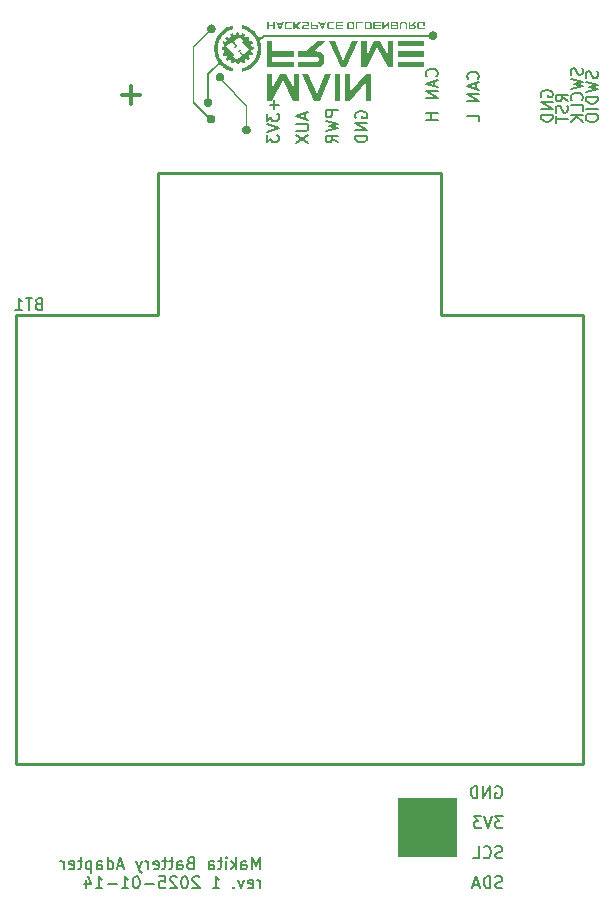
<source format=gbr>
%TF.GenerationSoftware,KiCad,Pcbnew,8.0.7*%
%TF.CreationDate,2025-01-15T16:40:05+01:00*%
%TF.ProjectId,makita-ps,6d616b69-7461-42d7-9073-2e6b69636164,1*%
%TF.SameCoordinates,Original*%
%TF.FileFunction,Legend,Bot*%
%TF.FilePolarity,Positive*%
%FSLAX46Y46*%
G04 Gerber Fmt 4.6, Leading zero omitted, Abs format (unit mm)*
G04 Created by KiCad (PCBNEW 8.0.7) date 2025-01-15 16:40:05*
%MOMM*%
%LPD*%
G01*
G04 APERTURE LIST*
%ADD10C,0.000000*%
%ADD11C,0.150000*%
%ADD12C,0.200000*%
%ADD13C,0.300000*%
%ADD14C,0.250000*%
G04 APERTURE END LIST*
D10*
G36*
X151628789Y-68933503D02*
G01*
X151179806Y-68933503D01*
X151179806Y-66678420D01*
X151628789Y-66678420D01*
X151628789Y-68933503D01*
G37*
G36*
X142543487Y-62880088D02*
G01*
X142476355Y-62899531D01*
X142410390Y-62921661D01*
X142345654Y-62946414D01*
X142282212Y-62973726D01*
X142220126Y-63003535D01*
X142159459Y-63035777D01*
X142100276Y-63070388D01*
X142042639Y-63107305D01*
X141986611Y-63146465D01*
X141932256Y-63187804D01*
X141879637Y-63231259D01*
X141828817Y-63276767D01*
X141779859Y-63324263D01*
X141732827Y-63373686D01*
X141687784Y-63424971D01*
X141644794Y-63478055D01*
X141603919Y-63532874D01*
X141565222Y-63589366D01*
X141528768Y-63647467D01*
X141494618Y-63707112D01*
X141462837Y-63768240D01*
X141433488Y-63830787D01*
X141406634Y-63894689D01*
X141382338Y-63959883D01*
X141360663Y-64026305D01*
X141341674Y-64093892D01*
X141325432Y-64162581D01*
X141312001Y-64232309D01*
X141301445Y-64303011D01*
X141293827Y-64374625D01*
X141289209Y-64447086D01*
X141287656Y-64520333D01*
X141289209Y-64593584D01*
X141293826Y-64666050D01*
X141301444Y-64737668D01*
X141312000Y-64808375D01*
X141325429Y-64878108D01*
X141341670Y-64946802D01*
X141360659Y-65014395D01*
X141382332Y-65080823D01*
X141433480Y-65209930D01*
X141494608Y-65333616D01*
X141565209Y-65451374D01*
X141644779Y-65562695D01*
X141732811Y-65667072D01*
X141828799Y-65763999D01*
X141932238Y-65852966D01*
X142042622Y-65933467D01*
X142159445Y-66004994D01*
X142282200Y-66067040D01*
X142410383Y-66119096D01*
X142476352Y-66141220D01*
X142543487Y-66160657D01*
X142543487Y-66470140D01*
X142465198Y-66450883D01*
X142388147Y-66428548D01*
X142312403Y-66403205D01*
X142238036Y-66374923D01*
X142165113Y-66343772D01*
X142093704Y-66309821D01*
X142023877Y-66273139D01*
X141955701Y-66233796D01*
X141889244Y-66191861D01*
X141824575Y-66147404D01*
X141761763Y-66100493D01*
X141700876Y-66051198D01*
X141641984Y-65999589D01*
X141585154Y-65945735D01*
X141530456Y-65889705D01*
X141477957Y-65831569D01*
X140535261Y-66693223D01*
X140535261Y-68773285D01*
X140550782Y-68776869D01*
X140566045Y-68781101D01*
X140581035Y-68785965D01*
X140595735Y-68791446D01*
X140610131Y-68797528D01*
X140624207Y-68804196D01*
X140637947Y-68811434D01*
X140651337Y-68819228D01*
X140664361Y-68827562D01*
X140677004Y-68836421D01*
X140689250Y-68845788D01*
X140701084Y-68855650D01*
X140712491Y-68865990D01*
X140723455Y-68876794D01*
X140733960Y-68888045D01*
X140743992Y-68899729D01*
X140753535Y-68911830D01*
X140762574Y-68924333D01*
X140771093Y-68937223D01*
X140779077Y-68950483D01*
X140786511Y-68964100D01*
X140793379Y-68978057D01*
X140799665Y-68992339D01*
X140805356Y-69006930D01*
X140810434Y-69021816D01*
X140814885Y-69036981D01*
X140818694Y-69052410D01*
X140821844Y-69068087D01*
X140824321Y-69083998D01*
X140826110Y-69100125D01*
X140827194Y-69116456D01*
X140827559Y-69132973D01*
X140827081Y-69151881D01*
X140825662Y-69170541D01*
X140823324Y-69188930D01*
X140820092Y-69207025D01*
X140815989Y-69224803D01*
X140811036Y-69242241D01*
X140805259Y-69259315D01*
X140798678Y-69276004D01*
X140791319Y-69292282D01*
X140783203Y-69308128D01*
X140774354Y-69323518D01*
X140764795Y-69338429D01*
X140754549Y-69352838D01*
X140743640Y-69366722D01*
X140732089Y-69380058D01*
X140719922Y-69392822D01*
X140707159Y-69404991D01*
X140693825Y-69416544D01*
X140679943Y-69427455D01*
X140665536Y-69437703D01*
X140650627Y-69447263D01*
X140635238Y-69456114D01*
X140619394Y-69464231D01*
X140603117Y-69471592D01*
X140586430Y-69478174D01*
X140569357Y-69483953D01*
X140551920Y-69488906D01*
X140534143Y-69493011D01*
X140516048Y-69496243D01*
X140497660Y-69498581D01*
X140479000Y-69500000D01*
X140460092Y-69500479D01*
X140441185Y-69500001D01*
X140422525Y-69498581D01*
X140404136Y-69496244D01*
X140386042Y-69493012D01*
X140368265Y-69488908D01*
X140350828Y-69483956D01*
X140333755Y-69478178D01*
X140317068Y-69471598D01*
X140300791Y-69464238D01*
X140284947Y-69456122D01*
X140269558Y-69447272D01*
X140254649Y-69437713D01*
X140240242Y-69427467D01*
X140226359Y-69416556D01*
X140213026Y-69405005D01*
X140200263Y-69392836D01*
X140188095Y-69380073D01*
X140176545Y-69366738D01*
X140165635Y-69352855D01*
X140155390Y-69338446D01*
X140145831Y-69323535D01*
X140136982Y-69308145D01*
X140128866Y-69292299D01*
X140121506Y-69276020D01*
X140114926Y-69259331D01*
X140109148Y-69242255D01*
X140104196Y-69224816D01*
X140100092Y-69207036D01*
X140096860Y-69188939D01*
X140094523Y-69170547D01*
X140093104Y-69151884D01*
X140092626Y-69132973D01*
X140092991Y-69116456D01*
X140094075Y-69100125D01*
X140095863Y-69083998D01*
X140098340Y-69068087D01*
X140101491Y-69052410D01*
X140105299Y-69036981D01*
X140109750Y-69021816D01*
X140114828Y-69006930D01*
X140120518Y-68992339D01*
X140126805Y-68978057D01*
X140133672Y-68964100D01*
X140141106Y-68950483D01*
X140149089Y-68937223D01*
X140157608Y-68924333D01*
X140176188Y-68899729D01*
X140196723Y-68876794D01*
X140219091Y-68855650D01*
X140243168Y-68836421D01*
X140268831Y-68819228D01*
X140282219Y-68811434D01*
X140295957Y-68804196D01*
X140310030Y-68797528D01*
X140324423Y-68791446D01*
X140339121Y-68785965D01*
X140354107Y-68781101D01*
X140369367Y-68776869D01*
X140384884Y-68773285D01*
X140384884Y-66626985D01*
X141383382Y-65714252D01*
X141338053Y-65650839D01*
X141295158Y-65585617D01*
X141254764Y-65518653D01*
X141216940Y-65450014D01*
X141181753Y-65379768D01*
X141149271Y-65307983D01*
X141119561Y-65234727D01*
X141092691Y-65160066D01*
X141068729Y-65084068D01*
X141047742Y-65006801D01*
X141029798Y-64928333D01*
X141014965Y-64848731D01*
X141003311Y-64768062D01*
X140994903Y-64686395D01*
X140989808Y-64603796D01*
X140988095Y-64520333D01*
X140990034Y-64431534D01*
X140995797Y-64343719D01*
X141005304Y-64256968D01*
X141018472Y-64171363D01*
X141035220Y-64086986D01*
X141055466Y-64003918D01*
X141079131Y-63922241D01*
X141106131Y-63842036D01*
X141136387Y-63763385D01*
X141169816Y-63686369D01*
X141245868Y-63537568D01*
X141333638Y-63396285D01*
X141432476Y-63263172D01*
X141541729Y-63138881D01*
X141660747Y-63024063D01*
X141788881Y-62919371D01*
X141925477Y-62825456D01*
X142069887Y-62742970D01*
X142144819Y-62706217D01*
X142221460Y-62672565D01*
X142299728Y-62642096D01*
X142379543Y-62614893D01*
X142460823Y-62591035D01*
X142543487Y-62570605D01*
X142543487Y-62880088D01*
G37*
G36*
X158770158Y-65230303D02*
G01*
X156525394Y-65230303D01*
X156525394Y-64779333D01*
X158770158Y-64779333D01*
X158770158Y-65230303D01*
G37*
G36*
X140751301Y-62492848D02*
G01*
X140768921Y-62493700D01*
X140786495Y-62495394D01*
X140803990Y-62497931D01*
X140821373Y-62501311D01*
X140838613Y-62505536D01*
X140855676Y-62510605D01*
X140872530Y-62516520D01*
X140889142Y-62523282D01*
X140905480Y-62530891D01*
X140921510Y-62539347D01*
X140937201Y-62548653D01*
X140952519Y-62558808D01*
X140967433Y-62569813D01*
X140981908Y-62581670D01*
X140995913Y-62594378D01*
X141009258Y-62607788D01*
X141021774Y-62621707D01*
X141033459Y-62636103D01*
X141044314Y-62650941D01*
X141054337Y-62666191D01*
X141063528Y-62681819D01*
X141071885Y-62697792D01*
X141079409Y-62714079D01*
X141086099Y-62730645D01*
X141091953Y-62747460D01*
X141096971Y-62764489D01*
X141101152Y-62781701D01*
X141104496Y-62799063D01*
X141107001Y-62816542D01*
X141108668Y-62834106D01*
X141109494Y-62851721D01*
X141109480Y-62869356D01*
X141108625Y-62886977D01*
X141106928Y-62904553D01*
X141104388Y-62922050D01*
X141101004Y-62939435D01*
X141096777Y-62956677D01*
X141091704Y-62973742D01*
X141085785Y-62990599D01*
X141079020Y-63007213D01*
X141071408Y-63023553D01*
X141062948Y-63039586D01*
X141053638Y-63055280D01*
X141043480Y-63070601D01*
X141032471Y-63085518D01*
X141020611Y-63099997D01*
X141007899Y-63114005D01*
X141007899Y-63114006D01*
X140996226Y-63125697D01*
X140984161Y-63136756D01*
X140971727Y-63147181D01*
X140958945Y-63156974D01*
X140945838Y-63166133D01*
X140932426Y-63174658D01*
X140918732Y-63182548D01*
X140904777Y-63189803D01*
X140890583Y-63196423D01*
X140876172Y-63202407D01*
X140861565Y-63207755D01*
X140846785Y-63212466D01*
X140831852Y-63216540D01*
X140816789Y-63219976D01*
X140801617Y-63222774D01*
X140786359Y-63224933D01*
X140771035Y-63226453D01*
X140755667Y-63227334D01*
X140740278Y-63227575D01*
X140724889Y-63227175D01*
X140709521Y-63226135D01*
X140694197Y-63224453D01*
X140678938Y-63222130D01*
X140663766Y-63219165D01*
X140648702Y-63215556D01*
X140633769Y-63211305D01*
X140618987Y-63206410D01*
X140604379Y-63200871D01*
X140589967Y-63194688D01*
X140575772Y-63187860D01*
X140561815Y-63180386D01*
X140548120Y-63172267D01*
X139315624Y-64462904D01*
X139315624Y-69078203D01*
X140517838Y-70209336D01*
X140531082Y-70200488D01*
X140544621Y-70192271D01*
X140558433Y-70184687D01*
X140572496Y-70177736D01*
X140601289Y-70165737D01*
X140630827Y-70156278D01*
X140660936Y-70149367D01*
X140691441Y-70145007D01*
X140722169Y-70143205D01*
X140752947Y-70143966D01*
X140783600Y-70147296D01*
X140813954Y-70153200D01*
X140843836Y-70161683D01*
X140858546Y-70166894D01*
X140873072Y-70172752D01*
X140887394Y-70179258D01*
X140901488Y-70186412D01*
X140915335Y-70194215D01*
X140928911Y-70202668D01*
X140942195Y-70211772D01*
X140955165Y-70221526D01*
X140967800Y-70231933D01*
X140980078Y-70242992D01*
X140993522Y-70256297D01*
X141006140Y-70270118D01*
X141017931Y-70284421D01*
X141028895Y-70299174D01*
X141039030Y-70314344D01*
X141048336Y-70329899D01*
X141056811Y-70345805D01*
X141064455Y-70362031D01*
X141071266Y-70378544D01*
X141077244Y-70395310D01*
X141082387Y-70412298D01*
X141086695Y-70429475D01*
X141090167Y-70446808D01*
X141092801Y-70464264D01*
X141094597Y-70481812D01*
X141095554Y-70499417D01*
X141095671Y-70517049D01*
X141094946Y-70534673D01*
X141093379Y-70552258D01*
X141090968Y-70569771D01*
X141087714Y-70587179D01*
X141083614Y-70604450D01*
X141078668Y-70621550D01*
X141072875Y-70638448D01*
X141066233Y-70655111D01*
X141058743Y-70671506D01*
X141050402Y-70687600D01*
X141041211Y-70703361D01*
X141031167Y-70718756D01*
X141020270Y-70733753D01*
X141008520Y-70748319D01*
X140995914Y-70762421D01*
X140982611Y-70775865D01*
X140968793Y-70788482D01*
X140954492Y-70800273D01*
X140939741Y-70811236D01*
X140924572Y-70821370D01*
X140909018Y-70830675D01*
X140893112Y-70839149D01*
X140876885Y-70846791D01*
X140860372Y-70853600D01*
X140843605Y-70859576D01*
X140826616Y-70864718D01*
X140809438Y-70869024D01*
X140792103Y-70872493D01*
X140774645Y-70875125D01*
X140757096Y-70876918D01*
X140739488Y-70877872D01*
X140721855Y-70877986D01*
X140704228Y-70877258D01*
X140686642Y-70875688D01*
X140669127Y-70873274D01*
X140651718Y-70870017D01*
X140634446Y-70865913D01*
X140617345Y-70860964D01*
X140600446Y-70855167D01*
X140583783Y-70848523D01*
X140567388Y-70841029D01*
X140551295Y-70832685D01*
X140535535Y-70823489D01*
X140520141Y-70813442D01*
X140505146Y-70802541D01*
X140490583Y-70790787D01*
X140476484Y-70778177D01*
X140464706Y-70766594D01*
X140453557Y-70754615D01*
X140443038Y-70742261D01*
X140433149Y-70729555D01*
X140423890Y-70716517D01*
X140415264Y-70703170D01*
X140407270Y-70689536D01*
X140399908Y-70675636D01*
X140393180Y-70661492D01*
X140387087Y-70647126D01*
X140381628Y-70632559D01*
X140376805Y-70617813D01*
X140372618Y-70602910D01*
X140369068Y-70587872D01*
X140366155Y-70572720D01*
X140363881Y-70557475D01*
X140362245Y-70542161D01*
X140361249Y-70526798D01*
X140360893Y-70511409D01*
X140361177Y-70496014D01*
X140362103Y-70480636D01*
X140363671Y-70465297D01*
X140365882Y-70450018D01*
X140368736Y-70434820D01*
X140372234Y-70419726D01*
X140376377Y-70404758D01*
X140381165Y-70389936D01*
X140386600Y-70375283D01*
X140392681Y-70360821D01*
X140399409Y-70346571D01*
X140406785Y-70332555D01*
X140414810Y-70318795D01*
X139165209Y-69143172D01*
X139165209Y-64402580D01*
X140439297Y-63068405D01*
X140430550Y-63055096D01*
X140422436Y-63041498D01*
X140414958Y-63027630D01*
X140408114Y-63013517D01*
X140396332Y-62984636D01*
X140387096Y-62955030D01*
X140380410Y-62924871D01*
X140376277Y-62894335D01*
X140374704Y-62863595D01*
X140375692Y-62832825D01*
X140379248Y-62802198D01*
X140385375Y-62771889D01*
X140394077Y-62742072D01*
X140399395Y-62727402D01*
X140405358Y-62712920D01*
X140411968Y-62698647D01*
X140419224Y-62684607D01*
X140427126Y-62670819D01*
X140435677Y-62657307D01*
X140444875Y-62644091D01*
X140454723Y-62631194D01*
X140465219Y-62618637D01*
X140476365Y-62606442D01*
X140489772Y-62593097D01*
X140503687Y-62580581D01*
X140518080Y-62568895D01*
X140532915Y-62558040D01*
X140548162Y-62548016D01*
X140563787Y-62538824D01*
X140579758Y-62530465D01*
X140596042Y-62522940D01*
X140612607Y-62516248D01*
X140629419Y-62510393D01*
X140646446Y-62505372D01*
X140663656Y-62501189D01*
X140681016Y-62497843D01*
X140698493Y-62495335D01*
X140716055Y-62493666D01*
X140733669Y-62492837D01*
X140751301Y-62492848D01*
G37*
G36*
X157813373Y-62530124D02*
G01*
X157851750Y-62530124D01*
X157864419Y-62530305D01*
X157876685Y-62530848D01*
X157888549Y-62531754D01*
X157900011Y-62533022D01*
X157911071Y-62534652D01*
X157921728Y-62536645D01*
X157931983Y-62538999D01*
X157941836Y-62541716D01*
X157951287Y-62544795D01*
X157960335Y-62548236D01*
X157968981Y-62552040D01*
X157977225Y-62556205D01*
X157985067Y-62560733D01*
X157992506Y-62565623D01*
X157999544Y-62570875D01*
X158006179Y-62576489D01*
X158012412Y-62582465D01*
X158018243Y-62588803D01*
X158023671Y-62595503D01*
X158028698Y-62602565D01*
X158033322Y-62609989D01*
X158037544Y-62617775D01*
X158041364Y-62625923D01*
X158044782Y-62634434D01*
X158047798Y-62643306D01*
X158050411Y-62652540D01*
X158052623Y-62662136D01*
X158054432Y-62672093D01*
X158055839Y-62682413D01*
X158056845Y-62693095D01*
X158057448Y-62704138D01*
X158057649Y-62715544D01*
X158057448Y-62726942D01*
X158056845Y-62737979D01*
X158055839Y-62748655D01*
X158054432Y-62758969D01*
X158052623Y-62768923D01*
X158050411Y-62778515D01*
X158047798Y-62787745D01*
X158044782Y-62796614D01*
X158041364Y-62805122D01*
X158037544Y-62813268D01*
X158033322Y-62821052D01*
X158028698Y-62828475D01*
X158023671Y-62835536D01*
X158018243Y-62842235D01*
X158012412Y-62848573D01*
X158006179Y-62854549D01*
X157999544Y-62860163D01*
X157992506Y-62865415D01*
X157985067Y-62870306D01*
X157977225Y-62874834D01*
X157968981Y-62879000D01*
X157960335Y-62882804D01*
X157951287Y-62886246D01*
X157941836Y-62889326D01*
X157931983Y-62892044D01*
X157921728Y-62894400D01*
X157911071Y-62896393D01*
X157900011Y-62898024D01*
X157876685Y-62900199D01*
X157851750Y-62900924D01*
X157439756Y-62900924D01*
X157439755Y-62900925D01*
X157439755Y-62777457D01*
X157563381Y-62777457D01*
X157831112Y-62777457D01*
X157837452Y-62777397D01*
X157843590Y-62777215D01*
X157849527Y-62776912D01*
X157855263Y-62776489D01*
X157860798Y-62775944D01*
X157866131Y-62775278D01*
X157871262Y-62774492D01*
X157876193Y-62773584D01*
X157880922Y-62772556D01*
X157885450Y-62771407D01*
X157889776Y-62770137D01*
X157893901Y-62768747D01*
X157897825Y-62767236D01*
X157901548Y-62765604D01*
X157905069Y-62763852D01*
X157908389Y-62761979D01*
X157911507Y-62759986D01*
X157914425Y-62757873D01*
X157917141Y-62755639D01*
X157919656Y-62753284D01*
X157921970Y-62750810D01*
X157924082Y-62748215D01*
X157925993Y-62745500D01*
X157927703Y-62742665D01*
X157929212Y-62739710D01*
X157930520Y-62736635D01*
X157931626Y-62733439D01*
X157932531Y-62730124D01*
X157933235Y-62726689D01*
X157933738Y-62723134D01*
X157934040Y-62719459D01*
X157934141Y-62715664D01*
X157934040Y-62711862D01*
X157933738Y-62708180D01*
X157933234Y-62704619D01*
X157932530Y-62701178D01*
X157931624Y-62697857D01*
X157930516Y-62694657D01*
X157929208Y-62691577D01*
X157927698Y-62688617D01*
X157925986Y-62685778D01*
X157924074Y-62683059D01*
X157921960Y-62680461D01*
X157919645Y-62677984D01*
X157917129Y-62675627D01*
X157914412Y-62673390D01*
X157911493Y-62671275D01*
X157908373Y-62669279D01*
X157901530Y-62665651D01*
X157893883Y-62662506D01*
X157885431Y-62659844D01*
X157876175Y-62657666D01*
X157866115Y-62655971D01*
X157855251Y-62654760D01*
X157843583Y-62654034D01*
X157831112Y-62653791D01*
X157563381Y-62653872D01*
X157563381Y-62777457D01*
X157439755Y-62777457D01*
X157439755Y-62653872D01*
X157439755Y-62283030D01*
X157563301Y-62283030D01*
X157563301Y-62530204D01*
X157623547Y-62530204D01*
X157913544Y-62282950D01*
X158103370Y-62282950D01*
X157813373Y-62530124D01*
G37*
G36*
X153598679Y-62406696D02*
G01*
X153104371Y-62406696D01*
X153104371Y-62901004D01*
X152980824Y-62901004D01*
X152980824Y-62283109D01*
X153598679Y-62283109D01*
X153598679Y-62406696D01*
G37*
G36*
X158798059Y-62612474D02*
G01*
X158674433Y-62612474D01*
X158674433Y-62406576D01*
X158403446Y-62406576D01*
X158397307Y-62406673D01*
X158391364Y-62406963D01*
X158385617Y-62407448D01*
X158380064Y-62408127D01*
X158374707Y-62409000D01*
X158369545Y-62410066D01*
X158364578Y-62411326D01*
X158359807Y-62412781D01*
X158355230Y-62414429D01*
X158350849Y-62416270D01*
X158346662Y-62418306D01*
X158342671Y-62420535D01*
X158338874Y-62422958D01*
X158335273Y-62425575D01*
X158331866Y-62428386D01*
X158328654Y-62431390D01*
X158325638Y-62434588D01*
X158322816Y-62437980D01*
X158320189Y-62441566D01*
X158317756Y-62445345D01*
X158315519Y-62449317D01*
X158313476Y-62453484D01*
X158311627Y-62457844D01*
X158309974Y-62462397D01*
X158308515Y-62467145D01*
X158307251Y-62472085D01*
X158306181Y-62477220D01*
X158305306Y-62482548D01*
X158304625Y-62488069D01*
X158304139Y-62493784D01*
X158303848Y-62499692D01*
X158303750Y-62505794D01*
X158303750Y-62678435D01*
X158303847Y-62684519D01*
X158304137Y-62690409D01*
X158304621Y-62696106D01*
X158305299Y-62701610D01*
X158306169Y-62706920D01*
X158307234Y-62712038D01*
X158308492Y-62716962D01*
X158309944Y-62721693D01*
X158311590Y-62726231D01*
X158313429Y-62730575D01*
X158315462Y-62734727D01*
X158317689Y-62738685D01*
X158320109Y-62742450D01*
X158322724Y-62746022D01*
X158325532Y-62749401D01*
X158328535Y-62752586D01*
X158331731Y-62755579D01*
X158335121Y-62758378D01*
X158338706Y-62760985D01*
X158342484Y-62763398D01*
X158346456Y-62765618D01*
X158350623Y-62767645D01*
X158354983Y-62769479D01*
X158359538Y-62771120D01*
X158364287Y-62772567D01*
X158369230Y-62773822D01*
X158374368Y-62774884D01*
X158379699Y-62775752D01*
X158385225Y-62776428D01*
X158390946Y-62776911D01*
X158396861Y-62777200D01*
X158402970Y-62777297D01*
X158798059Y-62777297D01*
X158798059Y-62900884D01*
X158386064Y-62900884D01*
X158373395Y-62900683D01*
X158361128Y-62900079D01*
X158349263Y-62899073D01*
X158337800Y-62897665D01*
X158326740Y-62895855D01*
X158316081Y-62893642D01*
X158305825Y-62891027D01*
X158295970Y-62888010D01*
X158286518Y-62884590D01*
X158277468Y-62880769D01*
X158268820Y-62876544D01*
X158260574Y-62871918D01*
X158252731Y-62866889D01*
X158245289Y-62861458D01*
X158238250Y-62855625D01*
X158231613Y-62849389D01*
X158225378Y-62842751D01*
X158219546Y-62835711D01*
X158214115Y-62828268D01*
X158209087Y-62820423D01*
X158204461Y-62812176D01*
X158200237Y-62803527D01*
X158196416Y-62794475D01*
X158192996Y-62785021D01*
X158189979Y-62775165D01*
X158187365Y-62764906D01*
X158185152Y-62754245D01*
X158183342Y-62743182D01*
X158181934Y-62731716D01*
X158180928Y-62719848D01*
X158180325Y-62707578D01*
X158180123Y-62694905D01*
X158180123Y-62489007D01*
X158180325Y-62476335D01*
X158180928Y-62464065D01*
X158181934Y-62452198D01*
X158183342Y-62440733D01*
X158185152Y-62429671D01*
X158187365Y-62419011D01*
X158189980Y-62408753D01*
X158192997Y-62398898D01*
X158196416Y-62389446D01*
X158200238Y-62380396D01*
X158204462Y-62371748D01*
X158209088Y-62363502D01*
X158214116Y-62355659D01*
X158219546Y-62348218D01*
X158225379Y-62341180D01*
X158231614Y-62334544D01*
X158238251Y-62328310D01*
X158245290Y-62322479D01*
X158252732Y-62317049D01*
X158260575Y-62312022D01*
X158268821Y-62307398D01*
X158277469Y-62303175D01*
X158286519Y-62299355D01*
X158295971Y-62295937D01*
X158305825Y-62292921D01*
X158316082Y-62290307D01*
X158326740Y-62288095D01*
X158337801Y-62286286D01*
X158349264Y-62284879D01*
X158361129Y-62283873D01*
X158373395Y-62283270D01*
X158386064Y-62283069D01*
X158798059Y-62283069D01*
X158798059Y-62612474D01*
G37*
G36*
X141494086Y-66584186D02*
G01*
X141511673Y-66585476D01*
X141529185Y-66587604D01*
X141546591Y-66590569D01*
X141563858Y-66594369D01*
X141580952Y-66599002D01*
X141597842Y-66604468D01*
X141614494Y-66610764D01*
X141630877Y-66617889D01*
X141646957Y-66625841D01*
X141662703Y-66634619D01*
X141678080Y-66644221D01*
X141693057Y-66654645D01*
X141707601Y-66665890D01*
X141721680Y-66677954D01*
X141735260Y-66690836D01*
X141748309Y-66704534D01*
X141759130Y-66717021D01*
X141769293Y-66729852D01*
X141778797Y-66743005D01*
X141787645Y-66756460D01*
X141795837Y-66770193D01*
X141803375Y-66784183D01*
X141810259Y-66798409D01*
X141816491Y-66812849D01*
X141822072Y-66827481D01*
X141827002Y-66842284D01*
X141831284Y-66857237D01*
X141834918Y-66872316D01*
X141837904Y-66887501D01*
X141840245Y-66902771D01*
X141842994Y-66933476D01*
X141843173Y-66964257D01*
X141840790Y-66994942D01*
X141835855Y-67025358D01*
X141828375Y-67055330D01*
X141823684Y-67070097D01*
X141818361Y-67084687D01*
X141812406Y-67099080D01*
X141805820Y-67113255D01*
X141798605Y-67127188D01*
X141790761Y-67140860D01*
X141782290Y-67154247D01*
X141773193Y-67167329D01*
X143793605Y-69397290D01*
X143793605Y-71075238D01*
X143809123Y-71078822D01*
X143824383Y-71083054D01*
X143839370Y-71087918D01*
X143854068Y-71093399D01*
X143868461Y-71099481D01*
X143882536Y-71106149D01*
X143896275Y-71113387D01*
X143909665Y-71121181D01*
X143922688Y-71129515D01*
X143935331Y-71138374D01*
X143947577Y-71147741D01*
X143959411Y-71157603D01*
X143970818Y-71167943D01*
X143981782Y-71178747D01*
X143992288Y-71189998D01*
X144002321Y-71201682D01*
X144011865Y-71213783D01*
X144020905Y-71226286D01*
X144029425Y-71239176D01*
X144037411Y-71252436D01*
X144044846Y-71266053D01*
X144051715Y-71280010D01*
X144058003Y-71294292D01*
X144063694Y-71308883D01*
X144068774Y-71323769D01*
X144073226Y-71338934D01*
X144077035Y-71354363D01*
X144080187Y-71370040D01*
X144082665Y-71385951D01*
X144084454Y-71402078D01*
X144085538Y-71418409D01*
X144085903Y-71434926D01*
X144085903Y-71434927D01*
X144085424Y-71453835D01*
X144084005Y-71472495D01*
X144081668Y-71490884D01*
X144078436Y-71508979D01*
X144074332Y-71526757D01*
X144069380Y-71544195D01*
X144063602Y-71561270D01*
X144057021Y-71577958D01*
X144049662Y-71594236D01*
X144041545Y-71610082D01*
X144032696Y-71625472D01*
X144023137Y-71640383D01*
X144012890Y-71654792D01*
X144001980Y-71668676D01*
X143990429Y-71682012D01*
X143978260Y-71694776D01*
X143965497Y-71706946D01*
X143952162Y-71718498D01*
X143938279Y-71729409D01*
X143923870Y-71739657D01*
X143908959Y-71749217D01*
X143893569Y-71758068D01*
X143877723Y-71766185D01*
X143861444Y-71773546D01*
X143844755Y-71780128D01*
X143827680Y-71785907D01*
X143810240Y-71790860D01*
X143792460Y-71794965D01*
X143774363Y-71798197D01*
X143755971Y-71800535D01*
X143737308Y-71801955D01*
X143718397Y-71802433D01*
X143699486Y-71801955D01*
X143680822Y-71800536D01*
X143662431Y-71798198D01*
X143644333Y-71794966D01*
X143626553Y-71790863D01*
X143609114Y-71785910D01*
X143592038Y-71780132D01*
X143575349Y-71773552D01*
X143559070Y-71766192D01*
X143543224Y-71758076D01*
X143527834Y-71749226D01*
X143512923Y-71739667D01*
X143498515Y-71729421D01*
X143484631Y-71718511D01*
X143471296Y-71706959D01*
X143458533Y-71694791D01*
X143446364Y-71682027D01*
X143434813Y-71668692D01*
X143423903Y-71654809D01*
X143413657Y-71640400D01*
X143404097Y-71625489D01*
X143395248Y-71610099D01*
X143387132Y-71594253D01*
X143379772Y-71577974D01*
X143373192Y-71561285D01*
X143367414Y-71544210D01*
X143362461Y-71526770D01*
X143358357Y-71508990D01*
X143355125Y-71490893D01*
X143352788Y-71472501D01*
X143351369Y-71453838D01*
X143350891Y-71434927D01*
X143351256Y-71418410D01*
X143352340Y-71402080D01*
X143354129Y-71385952D01*
X143356607Y-71370042D01*
X143359759Y-71354364D01*
X143363568Y-71338936D01*
X143368020Y-71323771D01*
X143373100Y-71308884D01*
X143378792Y-71294293D01*
X143385080Y-71280011D01*
X143391950Y-71266054D01*
X143399385Y-71252438D01*
X143407371Y-71239177D01*
X143415892Y-71226288D01*
X143434478Y-71201684D01*
X143455019Y-71178748D01*
X143477393Y-71157604D01*
X143501476Y-71138375D01*
X143527146Y-71121182D01*
X143540537Y-71113388D01*
X143554279Y-71106150D01*
X143568356Y-71099482D01*
X143582753Y-71093400D01*
X143597454Y-71087919D01*
X143612444Y-71083055D01*
X143627707Y-71078824D01*
X143643229Y-71075239D01*
X143643229Y-69455195D01*
X141661791Y-67268255D01*
X141647881Y-67276017D01*
X141633727Y-67283126D01*
X141604778Y-67295390D01*
X141575116Y-67305055D01*
X141544915Y-67312128D01*
X141514348Y-67316619D01*
X141483590Y-67318536D01*
X141452814Y-67317887D01*
X141422193Y-67314679D01*
X141391900Y-67308922D01*
X141362111Y-67300624D01*
X141332997Y-67289793D01*
X141304732Y-67276437D01*
X141290972Y-67268814D01*
X141277490Y-67260564D01*
X141264307Y-67251686D01*
X141251445Y-67242183D01*
X141238925Y-67232054D01*
X141226770Y-67221302D01*
X141215000Y-67209926D01*
X141203638Y-67197929D01*
X141191298Y-67183596D01*
X141179821Y-67168815D01*
X141169206Y-67153618D01*
X141159451Y-67138039D01*
X141150556Y-67122109D01*
X141142518Y-67105861D01*
X141135335Y-67089329D01*
X141129007Y-67072544D01*
X141123531Y-67055540D01*
X141118906Y-67038348D01*
X141115131Y-67021002D01*
X141112203Y-67003534D01*
X141110122Y-66985978D01*
X141108885Y-66968364D01*
X141108492Y-66950727D01*
X141108939Y-66933099D01*
X141110227Y-66915512D01*
X141112353Y-66898000D01*
X141115315Y-66880594D01*
X141119112Y-66863328D01*
X141123743Y-66846234D01*
X141129206Y-66829344D01*
X141135499Y-66812692D01*
X141142621Y-66796311D01*
X141150570Y-66780231D01*
X141159344Y-66764487D01*
X141168942Y-66749112D01*
X141179363Y-66734136D01*
X141190604Y-66719595D01*
X141202665Y-66705519D01*
X141215543Y-66691941D01*
X141229237Y-66678895D01*
X141243573Y-66666551D01*
X141258357Y-66655071D01*
X141273556Y-66644453D01*
X141289138Y-66634697D01*
X141305070Y-66625800D01*
X141321319Y-66617760D01*
X141337853Y-66610577D01*
X141354639Y-66604248D01*
X141371644Y-66598772D01*
X141388836Y-66594147D01*
X141406183Y-66590372D01*
X141423651Y-66587445D01*
X141441208Y-66585365D01*
X141458821Y-66584129D01*
X141476458Y-66583737D01*
X141494086Y-66584186D01*
G37*
G36*
X149996642Y-62406696D02*
G01*
X150291083Y-62406696D01*
X150344662Y-62283109D01*
X150479004Y-62283109D01*
X150210795Y-62901004D01*
X150076533Y-62901004D01*
X149915581Y-62530204D01*
X150050300Y-62530204D01*
X150143724Y-62745707D01*
X150237189Y-62530204D01*
X150050300Y-62530204D01*
X149915581Y-62530204D01*
X149808325Y-62283109D01*
X149943064Y-62283109D01*
X149996642Y-62406696D01*
G37*
G36*
X157119055Y-62283310D02*
G01*
X157131329Y-62283913D01*
X157143200Y-62284919D01*
X157154668Y-62286326D01*
X157165734Y-62288135D01*
X157176398Y-62290347D01*
X157186659Y-62292961D01*
X157196517Y-62295977D01*
X157205973Y-62299395D01*
X157215027Y-62303215D01*
X157223678Y-62307438D01*
X157231926Y-62312062D01*
X157239773Y-62317089D01*
X157247216Y-62322518D01*
X157254258Y-62328350D01*
X157260897Y-62334584D01*
X157267133Y-62341220D01*
X157272967Y-62348258D01*
X157278399Y-62355699D01*
X157283428Y-62363542D01*
X157288055Y-62371788D01*
X157292280Y-62380435D01*
X157296102Y-62389486D01*
X157299522Y-62398938D01*
X157302539Y-62408793D01*
X157305154Y-62419051D01*
X157307367Y-62429711D01*
X157309177Y-62440773D01*
X157310585Y-62452238D01*
X157311591Y-62464105D01*
X157312195Y-62476375D01*
X157312396Y-62489047D01*
X157312396Y-62901004D01*
X157188848Y-62901004D01*
X157188848Y-62506351D01*
X157188751Y-62500217D01*
X157188460Y-62494277D01*
X157187975Y-62488533D01*
X157187296Y-62482983D01*
X157186423Y-62477629D01*
X157185357Y-62472470D01*
X157184096Y-62467505D01*
X157182641Y-62462736D01*
X157180993Y-62458161D01*
X157179150Y-62453781D01*
X157177114Y-62449597D01*
X157174884Y-62445607D01*
X157172459Y-62441812D01*
X157169841Y-62438211D01*
X157167029Y-62434806D01*
X157164023Y-62431595D01*
X157160823Y-62428579D01*
X157157429Y-62425758D01*
X157153841Y-62423132D01*
X157150059Y-62420700D01*
X157146083Y-62418463D01*
X157141913Y-62416420D01*
X157137549Y-62414572D01*
X157132992Y-62412919D01*
X157128240Y-62411461D01*
X157123295Y-62410196D01*
X157118155Y-62409127D01*
X157112822Y-62408252D01*
X157107294Y-62407571D01*
X157101573Y-62407085D01*
X157095658Y-62406794D01*
X157089548Y-62406696D01*
X156916909Y-62406696D01*
X156910829Y-62406793D01*
X156904942Y-62407084D01*
X156899248Y-62407569D01*
X156893747Y-62408248D01*
X156888440Y-62409120D01*
X156883325Y-62410187D01*
X156878403Y-62411447D01*
X156873675Y-62412901D01*
X156869139Y-62414549D01*
X156864796Y-62416391D01*
X156860646Y-62418427D01*
X156856690Y-62420656D01*
X156852926Y-62423079D01*
X156849355Y-62425696D01*
X156845978Y-62428507D01*
X156842793Y-62431511D01*
X156839801Y-62434709D01*
X156837003Y-62438101D01*
X156834397Y-62441687D01*
X156831984Y-62445466D01*
X156829765Y-62449439D01*
X156827738Y-62453605D01*
X156825905Y-62457965D01*
X156824264Y-62462519D01*
X156822816Y-62467266D01*
X156821562Y-62472207D01*
X156820500Y-62477341D01*
X156819632Y-62482669D01*
X156818956Y-62488190D01*
X156818474Y-62493905D01*
X156818184Y-62499814D01*
X156818088Y-62505915D01*
X156818088Y-62901004D01*
X156694541Y-62901004D01*
X156694541Y-62489047D01*
X156694742Y-62476375D01*
X156695345Y-62464105D01*
X156696350Y-62452238D01*
X156697757Y-62440773D01*
X156699567Y-62429711D01*
X156701778Y-62419051D01*
X156704392Y-62408793D01*
X156707408Y-62398938D01*
X156710825Y-62389486D01*
X156714645Y-62380435D01*
X156718867Y-62371788D01*
X156723492Y-62363542D01*
X156728518Y-62355699D01*
X156733947Y-62348258D01*
X156739778Y-62341220D01*
X156746010Y-62334584D01*
X156752646Y-62328350D01*
X156759683Y-62322518D01*
X156767122Y-62317089D01*
X156774964Y-62312062D01*
X156783208Y-62307438D01*
X156791854Y-62303215D01*
X156800903Y-62299395D01*
X156810353Y-62295977D01*
X156820206Y-62292961D01*
X156830461Y-62290347D01*
X156841118Y-62288135D01*
X156852178Y-62286326D01*
X156863640Y-62284919D01*
X156875504Y-62283913D01*
X156887771Y-62283310D01*
X156900439Y-62283109D01*
X157106379Y-62283109D01*
X157119055Y-62283310D01*
G37*
G36*
X152649830Y-62283109D02*
G01*
X152662499Y-62283332D01*
X152674766Y-62283956D01*
X152686630Y-62284980D01*
X152698093Y-62286405D01*
X152709154Y-62288232D01*
X152719812Y-62290459D01*
X152730068Y-62293087D01*
X152739923Y-62296116D01*
X152749375Y-62299545D01*
X152758425Y-62303376D01*
X152767072Y-62307607D01*
X152775318Y-62312240D01*
X152783162Y-62317273D01*
X152790603Y-62322707D01*
X152797642Y-62328541D01*
X152804279Y-62334777D01*
X152810514Y-62341413D01*
X152816346Y-62348450D01*
X152821777Y-62355888D01*
X152826805Y-62363727D01*
X152831431Y-62371966D01*
X152835655Y-62380606D01*
X152839476Y-62389647D01*
X152842896Y-62399089D01*
X152845913Y-62408931D01*
X152848528Y-62419174D01*
X152850740Y-62429818D01*
X152852550Y-62440862D01*
X152853959Y-62452308D01*
X152854964Y-62464154D01*
X152855568Y-62476400D01*
X152855769Y-62489047D01*
X152855769Y-62620534D01*
X152855769Y-62694946D01*
X152855568Y-62707618D01*
X152854964Y-62719888D01*
X152853959Y-62731756D01*
X152852551Y-62743221D01*
X152850740Y-62754285D01*
X152848528Y-62764946D01*
X152845913Y-62775204D01*
X152842896Y-62785061D01*
X152839477Y-62794515D01*
X152835655Y-62803567D01*
X152831431Y-62812216D01*
X152826805Y-62820463D01*
X152821777Y-62828308D01*
X152816347Y-62835751D01*
X152810514Y-62842791D01*
X152804279Y-62849429D01*
X152797642Y-62855665D01*
X152790603Y-62861498D01*
X152783162Y-62866929D01*
X152775319Y-62871958D01*
X152767073Y-62876584D01*
X152758425Y-62880809D01*
X152749375Y-62884630D01*
X152739923Y-62888050D01*
X152730069Y-62891067D01*
X152719812Y-62893682D01*
X152709154Y-62895895D01*
X152698093Y-62897705D01*
X152686631Y-62899113D01*
X152674766Y-62900119D01*
X152662499Y-62900723D01*
X152649830Y-62900924D01*
X152443812Y-62900924D01*
X152431144Y-62900723D01*
X152418877Y-62900119D01*
X152407013Y-62899113D01*
X152395551Y-62897705D01*
X152384492Y-62895895D01*
X152373834Y-62893682D01*
X152363579Y-62891067D01*
X152353726Y-62888050D01*
X152344276Y-62884630D01*
X152335227Y-62880809D01*
X152326581Y-62876584D01*
X152318337Y-62871958D01*
X152310496Y-62866929D01*
X152303056Y-62861498D01*
X152296019Y-62855665D01*
X152289384Y-62849429D01*
X152283151Y-62842791D01*
X152277320Y-62835751D01*
X152271891Y-62828308D01*
X152266865Y-62820463D01*
X152262241Y-62812216D01*
X152258018Y-62803567D01*
X152254198Y-62794515D01*
X152250781Y-62785061D01*
X152247765Y-62775204D01*
X152245151Y-62764946D01*
X152242940Y-62754285D01*
X152241130Y-62743221D01*
X152239723Y-62731756D01*
X152238718Y-62719888D01*
X152238115Y-62707618D01*
X152237914Y-62694946D01*
X152237914Y-62674427D01*
X152237914Y-62509644D01*
X152361461Y-62509644D01*
X152361461Y-62674427D01*
X152361541Y-62680764D01*
X152361782Y-62686899D01*
X152362184Y-62692833D01*
X152362746Y-62698565D01*
X152363470Y-62704097D01*
X152364353Y-62709428D01*
X152365398Y-62714557D01*
X152366603Y-62719485D01*
X152367970Y-62724212D01*
X152369496Y-62728738D01*
X152371184Y-62733063D01*
X152373033Y-62737186D01*
X152375042Y-62741109D01*
X152377212Y-62744830D01*
X152379542Y-62748350D01*
X152382034Y-62751669D01*
X152384686Y-62754787D01*
X152387499Y-62757704D01*
X152390473Y-62760419D01*
X152393608Y-62762933D01*
X152396904Y-62765247D01*
X152400360Y-62767359D01*
X152403978Y-62769270D01*
X152407756Y-62770979D01*
X152411695Y-62772488D01*
X152415795Y-62773796D01*
X152420055Y-62774902D01*
X152424477Y-62775807D01*
X152429059Y-62776511D01*
X152433803Y-62777014D01*
X152438707Y-62777316D01*
X152443772Y-62777416D01*
X152629114Y-62777416D01*
X152635461Y-62777316D01*
X152641606Y-62777013D01*
X152647550Y-62776510D01*
X152653291Y-62775805D01*
X152658831Y-62774899D01*
X152664169Y-62773792D01*
X152669306Y-62772484D01*
X152674240Y-62770974D01*
X152678973Y-62769263D01*
X152683505Y-62767351D01*
X152687834Y-62765237D01*
X152691963Y-62762923D01*
X152695889Y-62760407D01*
X152699614Y-62757691D01*
X152703138Y-62754773D01*
X152706460Y-62751654D01*
X152709580Y-62748334D01*
X152712499Y-62744813D01*
X152715217Y-62741092D01*
X152717733Y-62737169D01*
X152720047Y-62733045D01*
X152722161Y-62728720D01*
X152724073Y-62724195D01*
X152725783Y-62719468D01*
X152727292Y-62714541D01*
X152728600Y-62709413D01*
X152729707Y-62704084D01*
X152730612Y-62698554D01*
X152731317Y-62692823D01*
X152731820Y-62686892D01*
X152732121Y-62680760D01*
X152732222Y-62674427D01*
X152732222Y-62613483D01*
X152732221Y-62613482D01*
X152732221Y-62509644D01*
X152732120Y-62503308D01*
X152731817Y-62497174D01*
X152731313Y-62491240D01*
X152730606Y-62485508D01*
X152729699Y-62479978D01*
X152728589Y-62474648D01*
X152727278Y-62469520D01*
X152725765Y-62464593D01*
X152724051Y-62459868D01*
X152722136Y-62455343D01*
X152720019Y-62451020D01*
X152717700Y-62446898D01*
X152715180Y-62442978D01*
X152712459Y-62439258D01*
X152709537Y-62435740D01*
X152706414Y-62432423D01*
X152703089Y-62429307D01*
X152699564Y-62426392D01*
X152695837Y-62423678D01*
X152691909Y-62421166D01*
X152687780Y-62418854D01*
X152683451Y-62416744D01*
X152678920Y-62414834D01*
X152674189Y-62413126D01*
X152669257Y-62411619D01*
X152664124Y-62410312D01*
X152658790Y-62409207D01*
X152653256Y-62408303D01*
X152647521Y-62407599D01*
X152641585Y-62407097D01*
X152635449Y-62406796D01*
X152629113Y-62406695D01*
X152464410Y-62406695D01*
X152458070Y-62406796D01*
X152451932Y-62407097D01*
X152445996Y-62407600D01*
X152440262Y-62408304D01*
X152434729Y-62409209D01*
X152429398Y-62410316D01*
X152424269Y-62411623D01*
X152419341Y-62413131D01*
X152414615Y-62414841D01*
X152410091Y-62416751D01*
X152405768Y-62418863D01*
X152401646Y-62421176D01*
X152397726Y-62423690D01*
X152394007Y-62426404D01*
X152390489Y-62429320D01*
X152387173Y-62432437D01*
X152384058Y-62435755D01*
X152381144Y-62439274D01*
X152378432Y-62442994D01*
X152375920Y-62446915D01*
X152373610Y-62451037D01*
X152371501Y-62455361D01*
X152369593Y-62459885D01*
X152367886Y-62464610D01*
X152366380Y-62469536D01*
X152365074Y-62474663D01*
X152363970Y-62479991D01*
X152363067Y-62485519D01*
X152362364Y-62491249D01*
X152361862Y-62497180D01*
X152361561Y-62503312D01*
X152361461Y-62509644D01*
X152237914Y-62509644D01*
X152237914Y-62489047D01*
X152238115Y-62476375D01*
X152238718Y-62464105D01*
X152239723Y-62452238D01*
X152241130Y-62440773D01*
X152242940Y-62429711D01*
X152245151Y-62419051D01*
X152247765Y-62408793D01*
X152250780Y-62398938D01*
X152254198Y-62389486D01*
X152258018Y-62380435D01*
X152262240Y-62371788D01*
X152266865Y-62363542D01*
X152271891Y-62355699D01*
X152277320Y-62348258D01*
X152283150Y-62341220D01*
X152289383Y-62334584D01*
X152296018Y-62328350D01*
X152303056Y-62322518D01*
X152310495Y-62317089D01*
X152318337Y-62312062D01*
X152326581Y-62307438D01*
X152335227Y-62303215D01*
X152344275Y-62299395D01*
X152353726Y-62295977D01*
X152363579Y-62292961D01*
X152373834Y-62290347D01*
X152384491Y-62288135D01*
X152395551Y-62286326D01*
X152407013Y-62284919D01*
X152418877Y-62283913D01*
X152431144Y-62283310D01*
X152443812Y-62283109D01*
X152443812Y-62282712D01*
X152649830Y-62283109D01*
G37*
G36*
X158770158Y-66132399D02*
G01*
X156525394Y-66132399D01*
X156525394Y-65681311D01*
X158770158Y-65681311D01*
X158770158Y-66132399D01*
G37*
G36*
X145614190Y-62530322D02*
G01*
X145984950Y-62530322D01*
X145984950Y-62283148D01*
X146108537Y-62283148D01*
X146108537Y-62901043D01*
X145984950Y-62900567D01*
X145984950Y-62653829D01*
X145614190Y-62653829D01*
X145614190Y-62901043D01*
X145490603Y-62901043D01*
X145490603Y-62283148D01*
X145614190Y-62283148D01*
X145614190Y-62530322D01*
G37*
G36*
X155825663Y-62900963D02*
G01*
X155702115Y-62900963D01*
X155702115Y-62470473D01*
X155333855Y-62900964D01*
X155207808Y-62900964D01*
X155207808Y-62283069D01*
X155331355Y-62283069D01*
X155331355Y-62713520D01*
X155699932Y-62283068D01*
X155825663Y-62283068D01*
X155825663Y-62900963D01*
G37*
G36*
X147813194Y-62561953D02*
G01*
X148122955Y-62283109D01*
X148307502Y-62283109D01*
X147964800Y-62592036D01*
X148307502Y-62901004D01*
X148122955Y-62901004D01*
X147813194Y-62622159D01*
X147813194Y-62901004D01*
X147689607Y-62901004D01*
X147689607Y-62283109D01*
X147813194Y-62283109D01*
X147813194Y-62561953D01*
G37*
G36*
X151926168Y-65565623D02*
G01*
X152656497Y-63877276D01*
X153144336Y-63877276D01*
X152170128Y-66132399D01*
X151682328Y-66132399D01*
X150708039Y-63877276D01*
X151197385Y-63877276D01*
X151926168Y-65565623D01*
G37*
G36*
X145906448Y-64779333D02*
G01*
X147702148Y-64779333D01*
X147702148Y-65230303D01*
X145906448Y-65230303D01*
X145906448Y-65681311D01*
X147702148Y-65681311D01*
X147702148Y-66132399D01*
X145457502Y-66132399D01*
X145457502Y-63877276D01*
X145906448Y-63877276D01*
X145906448Y-64779333D01*
G37*
G36*
X151167978Y-62406696D02*
G01*
X150773365Y-62406615D01*
X150767234Y-62406712D01*
X150761297Y-62407003D01*
X150755555Y-62407488D01*
X150750007Y-62408166D01*
X150744654Y-62409039D01*
X150739495Y-62410106D01*
X150734531Y-62411366D01*
X150729761Y-62412820D01*
X150725185Y-62414468D01*
X150720804Y-62416310D01*
X150716618Y-62418346D01*
X150712626Y-62420575D01*
X150708829Y-62422998D01*
X150705226Y-62425615D01*
X150701818Y-62428426D01*
X150698605Y-62431430D01*
X150695586Y-62434628D01*
X150692762Y-62438020D01*
X150690133Y-62441605D01*
X150687698Y-62445385D01*
X150685458Y-62449357D01*
X150683413Y-62453524D01*
X150681562Y-62457884D01*
X150679906Y-62462437D01*
X150678445Y-62467185D01*
X150677178Y-62472125D01*
X150676107Y-62477260D01*
X150675230Y-62482588D01*
X150674548Y-62488109D01*
X150674061Y-62493824D01*
X150673769Y-62499732D01*
X150673671Y-62505834D01*
X150673671Y-62678475D01*
X150673768Y-62684559D01*
X150674059Y-62690449D01*
X150674544Y-62696146D01*
X150675223Y-62701650D01*
X150676095Y-62706960D01*
X150677162Y-62712077D01*
X150678422Y-62717002D01*
X150679876Y-62721733D01*
X150681524Y-62726270D01*
X150683366Y-62730615D01*
X150685402Y-62734766D01*
X150687631Y-62738725D01*
X150690054Y-62742490D01*
X150692671Y-62746062D01*
X150695482Y-62749440D01*
X150698486Y-62752626D01*
X150701684Y-62755618D01*
X150705076Y-62758418D01*
X150708661Y-62761024D01*
X150712440Y-62763437D01*
X150716413Y-62765657D01*
X150720580Y-62767684D01*
X150724940Y-62769518D01*
X150729493Y-62771159D01*
X150734240Y-62772607D01*
X150739181Y-62773862D01*
X150744316Y-62774923D01*
X150749644Y-62775792D01*
X150755165Y-62776468D01*
X150760880Y-62776950D01*
X150766788Y-62777240D01*
X150772890Y-62777336D01*
X151167978Y-62777336D01*
X151167978Y-62900924D01*
X150756062Y-62900924D01*
X150743393Y-62900723D01*
X150731126Y-62900119D01*
X150719261Y-62899113D01*
X150707799Y-62897705D01*
X150696738Y-62895895D01*
X150686080Y-62893682D01*
X150675824Y-62891067D01*
X150665969Y-62888050D01*
X150656517Y-62884630D01*
X150647467Y-62880809D01*
X150638820Y-62876584D01*
X150630574Y-62871958D01*
X150622730Y-62866929D01*
X150615289Y-62861498D01*
X150608250Y-62855665D01*
X150601613Y-62849429D01*
X150595378Y-62842791D01*
X150589545Y-62835751D01*
X150584115Y-62828308D01*
X150579087Y-62820463D01*
X150574461Y-62812216D01*
X150570237Y-62803567D01*
X150566416Y-62794515D01*
X150562996Y-62785061D01*
X150559979Y-62775204D01*
X150557364Y-62764946D01*
X150555152Y-62754285D01*
X150553341Y-62743221D01*
X150551933Y-62731756D01*
X150550928Y-62719888D01*
X150550324Y-62707618D01*
X150550123Y-62694946D01*
X150550123Y-62489047D01*
X150550324Y-62476375D01*
X150550928Y-62464105D01*
X150551933Y-62452238D01*
X150553341Y-62440773D01*
X150555152Y-62429711D01*
X150557364Y-62419051D01*
X150559979Y-62408793D01*
X150562996Y-62398938D01*
X150566415Y-62389486D01*
X150570237Y-62380435D01*
X150574461Y-62371788D01*
X150579087Y-62363542D01*
X150584115Y-62355699D01*
X150589545Y-62348258D01*
X150595378Y-62341220D01*
X150601612Y-62334584D01*
X150608249Y-62328350D01*
X150615289Y-62322518D01*
X150622730Y-62317089D01*
X150630573Y-62312062D01*
X150638819Y-62307438D01*
X150647467Y-62303215D01*
X150656517Y-62299395D01*
X150665969Y-62295977D01*
X150675823Y-62292961D01*
X150686080Y-62290347D01*
X150696738Y-62288135D01*
X150707799Y-62286326D01*
X150719261Y-62284919D01*
X150731126Y-62283913D01*
X150743393Y-62283310D01*
X150756062Y-62283109D01*
X151167978Y-62283109D01*
X151167978Y-62406696D01*
G37*
G36*
X149910758Y-68933503D02*
G01*
X149422958Y-68933503D01*
X148448709Y-66678420D01*
X148938096Y-66678420D01*
X149666877Y-68366727D01*
X150397048Y-66678420D01*
X150884966Y-66678381D01*
X149910758Y-68933503D01*
G37*
G36*
X149293815Y-62530243D02*
G01*
X149293815Y-62530244D01*
X149582184Y-62530244D01*
X149594853Y-62530425D01*
X149607120Y-62530968D01*
X149618984Y-62531873D01*
X149630447Y-62533140D01*
X149641507Y-62534770D01*
X149652165Y-62536761D01*
X149662422Y-62539114D01*
X149672276Y-62541830D01*
X149681728Y-62544908D01*
X149690778Y-62548347D01*
X149699425Y-62552149D01*
X149707671Y-62556313D01*
X149715515Y-62560839D01*
X149722956Y-62565726D01*
X149729995Y-62570976D01*
X149736632Y-62576588D01*
X149742867Y-62582563D01*
X149748699Y-62588899D01*
X149754130Y-62595597D01*
X149759158Y-62602657D01*
X149763784Y-62610080D01*
X149768008Y-62617864D01*
X149771829Y-62626011D01*
X149775249Y-62634520D01*
X149778266Y-62643390D01*
X149780880Y-62652623D01*
X149783093Y-62662218D01*
X149784903Y-62672175D01*
X149786311Y-62682494D01*
X149787317Y-62693175D01*
X149787921Y-62704219D01*
X149788122Y-62715624D01*
X149787921Y-62727022D01*
X149787317Y-62738059D01*
X149786311Y-62748735D01*
X149784903Y-62759050D01*
X149783093Y-62769003D01*
X149780881Y-62778595D01*
X149778266Y-62787825D01*
X149775249Y-62796694D01*
X149771829Y-62805202D01*
X149768008Y-62813348D01*
X149763784Y-62821132D01*
X149759158Y-62828555D01*
X149754130Y-62835616D01*
X149748700Y-62842316D01*
X149742867Y-62848653D01*
X149736632Y-62854629D01*
X149729995Y-62860243D01*
X149722956Y-62865495D01*
X149715515Y-62870386D01*
X149707672Y-62874914D01*
X149699426Y-62879080D01*
X149690778Y-62882884D01*
X149681728Y-62886326D01*
X149672276Y-62889406D01*
X149662422Y-62892124D01*
X149652166Y-62894480D01*
X149641507Y-62896473D01*
X149630447Y-62898104D01*
X149607120Y-62900279D01*
X149582184Y-62901004D01*
X149170268Y-62901004D01*
X149170268Y-62777456D01*
X149293895Y-62777456D01*
X149561547Y-62777456D01*
X149567894Y-62777396D01*
X149574038Y-62777214D01*
X149579981Y-62776911D01*
X149585721Y-62776487D01*
X149591259Y-62775943D01*
X149596595Y-62775277D01*
X149601729Y-62774490D01*
X149606661Y-62773583D01*
X149611391Y-62772555D01*
X149615919Y-62771406D01*
X149620246Y-62770136D01*
X149624371Y-62768746D01*
X149628294Y-62767235D01*
X149632015Y-62765603D01*
X149635535Y-62763851D01*
X149638853Y-62761978D01*
X149641970Y-62759985D01*
X149644885Y-62757871D01*
X149647599Y-62755638D01*
X149650112Y-62753283D01*
X149652423Y-62750809D01*
X149654533Y-62748214D01*
X149656442Y-62745499D01*
X149658149Y-62742664D01*
X149659656Y-62739709D01*
X149660962Y-62736633D01*
X149662066Y-62733438D01*
X149662970Y-62730123D01*
X149663673Y-62726688D01*
X149664174Y-62723132D01*
X149664475Y-62719458D01*
X149664576Y-62715663D01*
X149664475Y-62711861D01*
X149664173Y-62708179D01*
X149663670Y-62704618D01*
X149662965Y-62701176D01*
X149662059Y-62697856D01*
X149660952Y-62694655D01*
X149659643Y-62691575D01*
X149658133Y-62688616D01*
X149656422Y-62685777D01*
X149654509Y-62683058D01*
X149652395Y-62680460D01*
X149650081Y-62677982D01*
X149647564Y-62675625D01*
X149644847Y-62673389D01*
X149641929Y-62671273D01*
X149638809Y-62669278D01*
X149631966Y-62665650D01*
X149624319Y-62662505D01*
X149615867Y-62659843D01*
X149606611Y-62657665D01*
X149596551Y-62655970D01*
X149585687Y-62654759D01*
X149574019Y-62654033D01*
X149561547Y-62653790D01*
X149293895Y-62653870D01*
X149293895Y-62777456D01*
X149170268Y-62777456D01*
X149170268Y-62653870D01*
X149170268Y-62283109D01*
X149293815Y-62283109D01*
X149293815Y-62530243D01*
G37*
G36*
X146395871Y-62406696D02*
G01*
X146690392Y-62406696D01*
X146743970Y-62283109D01*
X146878273Y-62283109D01*
X146610065Y-62901004D01*
X146475843Y-62901004D01*
X146288092Y-62468468D01*
X146422709Y-62468468D01*
X146449530Y-62530204D01*
X146542994Y-62745707D01*
X146636459Y-62530204D01*
X146449531Y-62530204D01*
X146422709Y-62468468D01*
X146288092Y-62468468D01*
X146207633Y-62283109D01*
X146342373Y-62283109D01*
X146395871Y-62406696D01*
G37*
G36*
X156378757Y-62283289D02*
G01*
X156391024Y-62283832D01*
X156402889Y-62284737D01*
X156414351Y-62286004D01*
X156425412Y-62287633D01*
X156436070Y-62289625D01*
X156446327Y-62291978D01*
X156456181Y-62294694D01*
X156465633Y-62297771D01*
X156474683Y-62301211D01*
X156483331Y-62305013D01*
X156491576Y-62309177D01*
X156499420Y-62313702D01*
X156506861Y-62318590D01*
X156513900Y-62323840D01*
X156520537Y-62329452D01*
X156526772Y-62335427D01*
X156532605Y-62341763D01*
X156538035Y-62348461D01*
X156543063Y-62355521D01*
X156547689Y-62362944D01*
X156551913Y-62370728D01*
X156555735Y-62378875D01*
X156559154Y-62387384D01*
X156562171Y-62396254D01*
X156564786Y-62405487D01*
X156566998Y-62415082D01*
X156568809Y-62425039D01*
X156570217Y-62435358D01*
X156571222Y-62446039D01*
X156571826Y-62457082D01*
X156572027Y-62468488D01*
X156571966Y-62474840D01*
X156571784Y-62481032D01*
X156571481Y-62487064D01*
X156571057Y-62492934D01*
X156570511Y-62498644D01*
X156569844Y-62504194D01*
X156569056Y-62509582D01*
X156568147Y-62514810D01*
X156567117Y-62519877D01*
X156565966Y-62524783D01*
X156564694Y-62529528D01*
X156563302Y-62534113D01*
X156561788Y-62538537D01*
X156560154Y-62542800D01*
X156558399Y-62546903D01*
X156556524Y-62550844D01*
X156554528Y-62554625D01*
X156552412Y-62558245D01*
X156550175Y-62561704D01*
X156547817Y-62565002D01*
X156545339Y-62568140D01*
X156542741Y-62571116D01*
X156540023Y-62573932D01*
X156537185Y-62576587D01*
X156534226Y-62579081D01*
X156531147Y-62581414D01*
X156527948Y-62583587D01*
X156524629Y-62585598D01*
X156521190Y-62587449D01*
X156517632Y-62589138D01*
X156513953Y-62590667D01*
X156510155Y-62592035D01*
X156517638Y-62594926D01*
X156524641Y-62598462D01*
X156531162Y-62602645D01*
X156537201Y-62607472D01*
X156542759Y-62612945D01*
X156547835Y-62619063D01*
X156552428Y-62625825D01*
X156556539Y-62633231D01*
X156560167Y-62641281D01*
X156563312Y-62649974D01*
X156565974Y-62659310D01*
X156568153Y-62669289D01*
X156569847Y-62679910D01*
X156571058Y-62691172D01*
X156571785Y-62703077D01*
X156572027Y-62715623D01*
X156571826Y-62727021D01*
X156571223Y-62738058D01*
X156570217Y-62748734D01*
X156568809Y-62759048D01*
X156566999Y-62769002D01*
X156564786Y-62778594D01*
X156562171Y-62787824D01*
X156559154Y-62796693D01*
X156555735Y-62805201D01*
X156551913Y-62813347D01*
X156547690Y-62821131D01*
X156543064Y-62828554D01*
X156538035Y-62835615D01*
X156532605Y-62842314D01*
X156526772Y-62848652D01*
X156520538Y-62854628D01*
X156513901Y-62860242D01*
X156506862Y-62865494D01*
X156499420Y-62870384D01*
X156491577Y-62874913D01*
X156483331Y-62879079D01*
X156474683Y-62882883D01*
X156465633Y-62886325D01*
X156456181Y-62889405D01*
X156446327Y-62892123D01*
X156436071Y-62894479D01*
X156425412Y-62896472D01*
X156414352Y-62898103D01*
X156391024Y-62900278D01*
X156366088Y-62901003D01*
X155954093Y-62901003D01*
X155954092Y-62901004D01*
X155954092Y-62777455D01*
X156077718Y-62777455D01*
X156345450Y-62777455D01*
X156351790Y-62777395D01*
X156357927Y-62777213D01*
X156363864Y-62776910D01*
X156369598Y-62776486D01*
X156375130Y-62775942D01*
X156380461Y-62775276D01*
X156385591Y-62774489D01*
X156390518Y-62773582D01*
X156395245Y-62772554D01*
X156399769Y-62771405D01*
X156404092Y-62770135D01*
X156408214Y-62768744D01*
X156412134Y-62767233D01*
X156415853Y-62765602D01*
X156419371Y-62763850D01*
X156422687Y-62761977D01*
X156425802Y-62759984D01*
X156428716Y-62757870D01*
X156431429Y-62755636D01*
X156433940Y-62753282D01*
X156436250Y-62750808D01*
X156438360Y-62748213D01*
X156440268Y-62745498D01*
X156441975Y-62742663D01*
X156443481Y-62739708D01*
X156444786Y-62736632D01*
X156445891Y-62733437D01*
X156446794Y-62730122D01*
X156447497Y-62726686D01*
X156447999Y-62723131D01*
X156448300Y-62719456D01*
X156448400Y-62715662D01*
X156448320Y-62711860D01*
X156448079Y-62708178D01*
X156447679Y-62704616D01*
X156447118Y-62701175D01*
X156446396Y-62697855D01*
X156445514Y-62694654D01*
X156444472Y-62691574D01*
X156443269Y-62688615D01*
X156441905Y-62685775D01*
X156440380Y-62683057D01*
X156438695Y-62680459D01*
X156436849Y-62677981D01*
X156434843Y-62675624D01*
X156432675Y-62673388D01*
X156430346Y-62671272D01*
X156427857Y-62669277D01*
X156425206Y-62667403D01*
X156422394Y-62665649D01*
X156419422Y-62664016D01*
X156416287Y-62662504D01*
X156412992Y-62661112D01*
X156409536Y-62659842D01*
X156402138Y-62657664D01*
X156394095Y-62655969D01*
X156385406Y-62654758D01*
X156376070Y-62654031D01*
X156366087Y-62653789D01*
X156077718Y-62653869D01*
X156077718Y-62777455D01*
X155954092Y-62777455D01*
X155954092Y-62653869D01*
X155954092Y-62283109D01*
X156077718Y-62406695D01*
X156077718Y-62530203D01*
X156366087Y-62530203D01*
X156371160Y-62530142D01*
X156376070Y-62529962D01*
X156380819Y-62529661D01*
X156385406Y-62529239D01*
X156389831Y-62528697D01*
X156394095Y-62528034D01*
X156398198Y-62527251D01*
X156402138Y-62526347D01*
X156405918Y-62525323D01*
X156409536Y-62524179D01*
X156412992Y-62522913D01*
X156416287Y-62521528D01*
X156419422Y-62520021D01*
X156422394Y-62518394D01*
X156425206Y-62516647D01*
X156427857Y-62514779D01*
X156430346Y-62512791D01*
X156432675Y-62510681D01*
X156434843Y-62508452D01*
X156436849Y-62506101D01*
X156438695Y-62503631D01*
X156440380Y-62501039D01*
X156441905Y-62498327D01*
X156443269Y-62495494D01*
X156444472Y-62492541D01*
X156445514Y-62489467D01*
X156446396Y-62486272D01*
X156447118Y-62482957D01*
X156447679Y-62479521D01*
X156448079Y-62475964D01*
X156448320Y-62472287D01*
X156448400Y-62468489D01*
X156448299Y-62464687D01*
X156447998Y-62461006D01*
X156447495Y-62457446D01*
X156446791Y-62454006D01*
X156445886Y-62450687D01*
X156444780Y-62447489D01*
X156443472Y-62444411D01*
X156441964Y-62441454D01*
X156440254Y-62438618D01*
X156438344Y-62435902D01*
X156436232Y-62433308D01*
X156433919Y-62430833D01*
X156431405Y-62428480D01*
X156428690Y-62426247D01*
X156425774Y-62424135D01*
X156422658Y-62422144D01*
X156415820Y-62418523D01*
X156408179Y-62415385D01*
X156399734Y-62412730D01*
X156390485Y-62410557D01*
X156380432Y-62408868D01*
X156369575Y-62407661D01*
X156357914Y-62406937D01*
X156345450Y-62406695D01*
X156077718Y-62406695D01*
X155954092Y-62283108D01*
X156366088Y-62283108D01*
X156378757Y-62283289D01*
G37*
G36*
X149432721Y-64779333D02*
G01*
X149571945Y-64779333D01*
X149662534Y-64781976D01*
X149747282Y-64789904D01*
X149787466Y-64795850D01*
X149826190Y-64803117D01*
X149863453Y-64811706D01*
X149899256Y-64821616D01*
X149933599Y-64832848D01*
X149966481Y-64845401D01*
X149997902Y-64859275D01*
X150027862Y-64874470D01*
X150056362Y-64890987D01*
X150083401Y-64908826D01*
X150108979Y-64927986D01*
X150133096Y-64948467D01*
X150155752Y-64970270D01*
X150176947Y-64993394D01*
X150196680Y-65017839D01*
X150214953Y-65043606D01*
X150231763Y-65070695D01*
X150247113Y-65099105D01*
X150261001Y-65128836D01*
X150273427Y-65159889D01*
X150284392Y-65192263D01*
X150293895Y-65225959D01*
X150301936Y-65260977D01*
X150308515Y-65297316D01*
X150313633Y-65334976D01*
X150317288Y-65373958D01*
X150319481Y-65414261D01*
X150320212Y-65455886D01*
X150319481Y-65497497D01*
X150317289Y-65537788D01*
X150313634Y-65576758D01*
X150308517Y-65614408D01*
X150301939Y-65650738D01*
X150293898Y-65685747D01*
X150284396Y-65719436D01*
X150273433Y-65751804D01*
X150261008Y-65782852D01*
X150247121Y-65812579D01*
X150231773Y-65840986D01*
X150214963Y-65868072D01*
X150196692Y-65893837D01*
X150176960Y-65918281D01*
X150155766Y-65941404D01*
X150133111Y-65963207D01*
X150108995Y-65983688D01*
X150083418Y-66002849D01*
X150056379Y-66020688D01*
X150027880Y-66037207D01*
X149997920Y-66052404D01*
X149966498Y-66066280D01*
X149933616Y-66078834D01*
X149899273Y-66090068D01*
X149863469Y-66099980D01*
X149826205Y-66108570D01*
X149787480Y-66115839D01*
X149747294Y-66121787D01*
X149705647Y-66126413D01*
X149662540Y-66129717D01*
X149617973Y-66131700D01*
X149571945Y-66132360D01*
X148075488Y-66132360D01*
X148075488Y-65681272D01*
X149497055Y-65681272D01*
X149542349Y-65680392D01*
X149584722Y-65677750D01*
X149624173Y-65673348D01*
X149660704Y-65667185D01*
X149694313Y-65659261D01*
X149725000Y-65649575D01*
X149752766Y-65638129D01*
X149777610Y-65624921D01*
X149788936Y-65617657D01*
X149799532Y-65609952D01*
X149809397Y-65601807D01*
X149818531Y-65593222D01*
X149826935Y-65584196D01*
X149834608Y-65574730D01*
X149841550Y-65564823D01*
X149847762Y-65554476D01*
X149853243Y-65543689D01*
X149857993Y-65532462D01*
X149862013Y-65520794D01*
X149865302Y-65508685D01*
X149867860Y-65496136D01*
X149869687Y-65483147D01*
X149870783Y-65469718D01*
X149871149Y-65455848D01*
X149870783Y-65441970D01*
X149869687Y-65428533D01*
X149867860Y-65415536D01*
X149865302Y-65402980D01*
X149862013Y-65390864D01*
X149857993Y-65379189D01*
X149853243Y-65367955D01*
X149847762Y-65357160D01*
X149841550Y-65346807D01*
X149834608Y-65336893D01*
X149826935Y-65327421D01*
X149818531Y-65318388D01*
X149809397Y-65309797D01*
X149799532Y-65301646D01*
X149788936Y-65293935D01*
X149777610Y-65286665D01*
X149765553Y-65279836D01*
X149752766Y-65273447D01*
X149739249Y-65267498D01*
X149725000Y-65261990D01*
X149710022Y-65256923D01*
X149694313Y-65252297D01*
X149677874Y-65248111D01*
X149660704Y-65244365D01*
X149642804Y-65241060D01*
X149624173Y-65238196D01*
X149604813Y-65235773D01*
X149584722Y-65233790D01*
X149563900Y-65232247D01*
X149542349Y-65231146D01*
X149520067Y-65230485D01*
X149497055Y-65230264D01*
X148075488Y-65230264D01*
X148075488Y-64779295D01*
X148742873Y-64779295D01*
X149796339Y-63877276D01*
X150486226Y-63877276D01*
X149432721Y-64779333D01*
G37*
G36*
X152474016Y-68249410D02*
G01*
X153813309Y-66678381D01*
X154269795Y-66678381D01*
X154269795Y-68933464D01*
X153820770Y-68933464D01*
X153820770Y-67362474D01*
X152482946Y-68933464D01*
X152024991Y-68933464D01*
X152024991Y-66678381D01*
X152474016Y-66678381D01*
X152474016Y-68249410D01*
G37*
G36*
X145906487Y-67954809D02*
G01*
X146551448Y-66678381D01*
X147057187Y-66678381D01*
X147057187Y-66679929D01*
X147702148Y-67956279D01*
X147702148Y-66678381D01*
X148151132Y-66678381D01*
X148151132Y-68933464D01*
X147691670Y-68933464D01*
X146804337Y-67179038D01*
X145916964Y-68933463D01*
X145457542Y-68933463D01*
X145457542Y-66678379D01*
X145906487Y-66678379D01*
X145906487Y-67954809D01*
G37*
G36*
X143472531Y-62577722D02*
G01*
X143592583Y-62609158D01*
X143708880Y-62647307D01*
X143821240Y-62691985D01*
X143929481Y-62743006D01*
X144033421Y-62800188D01*
X144132877Y-62863344D01*
X144227666Y-62932292D01*
X144317608Y-63006846D01*
X144402520Y-63086823D01*
X144482219Y-63172037D01*
X144556523Y-63262306D01*
X144625251Y-63357443D01*
X144688219Y-63457265D01*
X144745246Y-63561588D01*
X144796150Y-63670226D01*
X145212353Y-63373403D01*
X159139729Y-63373403D01*
X159143313Y-63357889D01*
X159147545Y-63342633D01*
X159152409Y-63327651D01*
X159157889Y-63312957D01*
X159163971Y-63298568D01*
X159170639Y-63284498D01*
X159177878Y-63270763D01*
X159185672Y-63257379D01*
X159194006Y-63244360D01*
X159202865Y-63231723D01*
X159212233Y-63219482D01*
X159222095Y-63207652D01*
X159232436Y-63196250D01*
X159243240Y-63185291D01*
X159254492Y-63174789D01*
X159266177Y-63164761D01*
X159278279Y-63155222D01*
X159290783Y-63146186D01*
X159303674Y-63137670D01*
X159316936Y-63129689D01*
X159330554Y-63122258D01*
X159344512Y-63115393D01*
X159358796Y-63109108D01*
X159373390Y-63103420D01*
X159388278Y-63098343D01*
X159403445Y-63093894D01*
X159418877Y-63090087D01*
X159434557Y-63086937D01*
X159450470Y-63084461D01*
X159466601Y-63082673D01*
X159482935Y-63081589D01*
X159499456Y-63081224D01*
X159518356Y-63081702D01*
X159537010Y-63083122D01*
X159555393Y-63085459D01*
X159573482Y-63088691D01*
X159591254Y-63092795D01*
X159608687Y-63097747D01*
X159625757Y-63103525D01*
X159642441Y-63110105D01*
X159658715Y-63117465D01*
X159674557Y-63125581D01*
X159689944Y-63134431D01*
X159704852Y-63143990D01*
X159719258Y-63154236D01*
X159733140Y-63165147D01*
X159746473Y-63176698D01*
X159759235Y-63188866D01*
X159771403Y-63201630D01*
X159782954Y-63214965D01*
X159793864Y-63228848D01*
X159804110Y-63243257D01*
X159813670Y-63258168D01*
X159822519Y-63273558D01*
X159830636Y-63289404D01*
X159837996Y-63305683D01*
X159844578Y-63322372D01*
X159850356Y-63339448D01*
X159855309Y-63356887D01*
X159859414Y-63374667D01*
X159862646Y-63392764D01*
X159864984Y-63411156D01*
X159866404Y-63429819D01*
X159866882Y-63448731D01*
X159866411Y-63467638D01*
X159864998Y-63486299D01*
X159862668Y-63504688D01*
X159859442Y-63522783D01*
X159855343Y-63540561D01*
X159850396Y-63557999D01*
X159844623Y-63575073D01*
X159838047Y-63591761D01*
X159830691Y-63608040D01*
X159822579Y-63623886D01*
X159813733Y-63639276D01*
X159804177Y-63654187D01*
X159793933Y-63668596D01*
X159783025Y-63682480D01*
X159771477Y-63695816D01*
X159759310Y-63708580D01*
X159746548Y-63720750D01*
X159733215Y-63732302D01*
X159719333Y-63743213D01*
X159704925Y-63753461D01*
X159690016Y-63763021D01*
X159674626Y-63771872D01*
X159658781Y-63779989D01*
X159642502Y-63787350D01*
X159625814Y-63793932D01*
X159608738Y-63799711D01*
X159591299Y-63804664D01*
X159573519Y-63808769D01*
X159555422Y-63812001D01*
X159537030Y-63814339D01*
X159518367Y-63815759D01*
X159499456Y-63816237D01*
X159499453Y-63816237D01*
X159482929Y-63815872D01*
X159466593Y-63814787D01*
X159450460Y-63812998D01*
X159434545Y-63810521D01*
X159418864Y-63807369D01*
X159403432Y-63803560D01*
X159388265Y-63799107D01*
X159373377Y-63794028D01*
X159358785Y-63788336D01*
X159344502Y-63782047D01*
X159330545Y-63775178D01*
X159316930Y-63767743D01*
X159303670Y-63759757D01*
X159290782Y-63751236D01*
X159266181Y-63732650D01*
X159243250Y-63712109D01*
X159222111Y-63689735D01*
X159202887Y-63665652D01*
X159185699Y-63639982D01*
X159177908Y-63626591D01*
X159170671Y-63612849D01*
X159164005Y-63598772D01*
X159157925Y-63584375D01*
X159152446Y-63569674D01*
X159147583Y-63554684D01*
X159143352Y-63539421D01*
X159139768Y-63523899D01*
X145260494Y-63523899D01*
X144852189Y-63815007D01*
X144865652Y-63855844D01*
X144878308Y-63897150D01*
X144890149Y-63938917D01*
X144901167Y-63981137D01*
X144911352Y-64023803D01*
X144920696Y-64066907D01*
X144929191Y-64110442D01*
X144936828Y-64154400D01*
X144943598Y-64198773D01*
X144949493Y-64243553D01*
X144954505Y-64288734D01*
X144958625Y-64334307D01*
X144961844Y-64380266D01*
X144964154Y-64426601D01*
X144965546Y-64473306D01*
X144966012Y-64520373D01*
X144963983Y-64611215D01*
X144957954Y-64701025D01*
X144948012Y-64789716D01*
X144934244Y-64877201D01*
X144916736Y-64963394D01*
X144895577Y-65048205D01*
X144870854Y-65131549D01*
X144842652Y-65213339D01*
X144811060Y-65293486D01*
X144776165Y-65371905D01*
X144738053Y-65448506D01*
X144696812Y-65523205D01*
X144652528Y-65595912D01*
X144605289Y-65666541D01*
X144555182Y-65735006D01*
X144502294Y-65801217D01*
X144388522Y-65926535D01*
X144264672Y-66041796D01*
X144199184Y-66095438D01*
X144131438Y-66146304D01*
X144061520Y-66194307D01*
X143989518Y-66239360D01*
X143915518Y-66281376D01*
X143839608Y-66320267D01*
X143761875Y-66355947D01*
X143682405Y-66388327D01*
X143601286Y-66417322D01*
X143518605Y-66442844D01*
X143434449Y-66464805D01*
X143348906Y-66483118D01*
X143348906Y-66175698D01*
X143418949Y-66158227D01*
X143487818Y-66137857D01*
X143555443Y-66114658D01*
X143621755Y-66088698D01*
X143686687Y-66060046D01*
X143750169Y-66028771D01*
X143812132Y-65994942D01*
X143872507Y-65958627D01*
X143931227Y-65919895D01*
X143988221Y-65878816D01*
X144043421Y-65835458D01*
X144096759Y-65789889D01*
X144148166Y-65742179D01*
X144197572Y-65692397D01*
X144244910Y-65640610D01*
X144290110Y-65586889D01*
X144333103Y-65531302D01*
X144373821Y-65473918D01*
X144412195Y-65414805D01*
X144448156Y-65354033D01*
X144481635Y-65291670D01*
X144512565Y-65227785D01*
X144540874Y-65162447D01*
X144566496Y-65095725D01*
X144589362Y-65027687D01*
X144609401Y-64958403D01*
X144626547Y-64887940D01*
X144640729Y-64816369D01*
X144651879Y-64743758D01*
X144659929Y-64670176D01*
X144664809Y-64595691D01*
X144666451Y-64520372D01*
X144664918Y-64439554D01*
X144660352Y-64360121D01*
X144652800Y-64282121D01*
X144642309Y-64205602D01*
X144628928Y-64130610D01*
X144612703Y-64057195D01*
X144593683Y-63985404D01*
X144571916Y-63915284D01*
X144547447Y-63846884D01*
X144520326Y-63780250D01*
X144490600Y-63715431D01*
X144458317Y-63652475D01*
X144423524Y-63591429D01*
X144386268Y-63532341D01*
X144346598Y-63475258D01*
X144304561Y-63420229D01*
X144260204Y-63367301D01*
X144213576Y-63316522D01*
X144164723Y-63267940D01*
X144113694Y-63221602D01*
X144060536Y-63177556D01*
X144005297Y-63135850D01*
X143948024Y-63096531D01*
X143888765Y-63059648D01*
X143827567Y-63025248D01*
X143764479Y-62993379D01*
X143699547Y-62964088D01*
X143632819Y-62937423D01*
X143564344Y-62913433D01*
X143494168Y-62892164D01*
X143422340Y-62873664D01*
X143348906Y-62857982D01*
X143348906Y-62553182D01*
X143472531Y-62577722D01*
G37*
G36*
X155081998Y-62406696D02*
G01*
X154587690Y-62406696D01*
X154587650Y-62406694D01*
X154587650Y-62530282D01*
X155081958Y-62530282D01*
X155081958Y-62653829D01*
X154587650Y-62653829D01*
X154587650Y-62777416D01*
X155081958Y-62777416D01*
X155081958Y-62901004D01*
X154464103Y-62901004D01*
X154464103Y-62283109D01*
X155081998Y-62283109D01*
X155081998Y-62406696D01*
G37*
G36*
X151908309Y-62406696D02*
G01*
X151414001Y-62406696D01*
X151414001Y-62530282D01*
X151908309Y-62530282D01*
X151908309Y-62653829D01*
X151414001Y-62653829D01*
X151414001Y-62777416D01*
X151908309Y-62777416D01*
X151908309Y-62901004D01*
X151290454Y-62901004D01*
X151290454Y-62283109D01*
X151908309Y-62283109D01*
X151908309Y-62406696D01*
G37*
G36*
X148854527Y-62283210D02*
G01*
X148866797Y-62283753D01*
X148878665Y-62284658D01*
X148890131Y-62285926D01*
X148901194Y-62287555D01*
X148911855Y-62289546D01*
X148922114Y-62291900D01*
X148931970Y-62294615D01*
X148941424Y-62297693D01*
X148950476Y-62301132D01*
X148959125Y-62304934D01*
X148967373Y-62309098D01*
X148975217Y-62313624D01*
X148982660Y-62318512D01*
X148989700Y-62323762D01*
X148996338Y-62329374D01*
X149002574Y-62335348D01*
X149008407Y-62341684D01*
X149013838Y-62348382D01*
X149018867Y-62355443D01*
X149023494Y-62362865D01*
X149027718Y-62370650D01*
X149031540Y-62378796D01*
X149034959Y-62387305D01*
X149037977Y-62396176D01*
X149040592Y-62405409D01*
X149042804Y-62415003D01*
X149044615Y-62424960D01*
X149046023Y-62435279D01*
X149047029Y-62445961D01*
X149047632Y-62457004D01*
X149047833Y-62468409D01*
X149047632Y-62479811D01*
X149047028Y-62490851D01*
X149046022Y-62501529D01*
X149044613Y-62511845D01*
X149042802Y-62521799D01*
X149040588Y-62531391D01*
X149037972Y-62540622D01*
X149034954Y-62549490D01*
X149031533Y-62557997D01*
X149027710Y-62566142D01*
X149023485Y-62573925D01*
X149018857Y-62581346D01*
X149013827Y-62588405D01*
X149008395Y-62595102D01*
X149002560Y-62601437D01*
X148996324Y-62607410D01*
X148989685Y-62613021D01*
X148982644Y-62618271D01*
X148975201Y-62623158D01*
X148967355Y-62627683D01*
X148959108Y-62631846D01*
X148950459Y-62635648D01*
X148941407Y-62639087D01*
X148931953Y-62642165D01*
X148922098Y-62644880D01*
X148911840Y-62647233D01*
X148901181Y-62649224D01*
X148890119Y-62650854D01*
X148866791Y-62653026D01*
X148841854Y-62653750D01*
X148656435Y-62653750D01*
X148650099Y-62653811D01*
X148643965Y-62653992D01*
X148638032Y-62654295D01*
X148632300Y-62654719D01*
X148626771Y-62655264D01*
X148621442Y-62655930D01*
X148616315Y-62656717D01*
X148611390Y-62657625D01*
X148606666Y-62658653D01*
X148602143Y-62659803D01*
X148597822Y-62661074D01*
X148593701Y-62662465D01*
X148589783Y-62663977D01*
X148586065Y-62665610D01*
X148582548Y-62667364D01*
X148579233Y-62669238D01*
X148576119Y-62671233D01*
X148573206Y-62673349D01*
X148570494Y-62675585D01*
X148567983Y-62677942D01*
X148565674Y-62680420D01*
X148563565Y-62683018D01*
X148561657Y-62685737D01*
X148559950Y-62688576D01*
X148558444Y-62691535D01*
X148557139Y-62694615D01*
X148556035Y-62697816D01*
X148555131Y-62701137D01*
X148554429Y-62704578D01*
X148553927Y-62708139D01*
X148553626Y-62711821D01*
X148553526Y-62715623D01*
X148553626Y-62719417D01*
X148553927Y-62723092D01*
X148554429Y-62726648D01*
X148555131Y-62730083D01*
X148556035Y-62733398D01*
X148557139Y-62736593D01*
X148558444Y-62739669D01*
X148559950Y-62742624D01*
X148561657Y-62745459D01*
X148563565Y-62748174D01*
X148565673Y-62750769D01*
X148567983Y-62753243D01*
X148570494Y-62755597D01*
X148573206Y-62757831D01*
X148576119Y-62759945D01*
X148579233Y-62761938D01*
X148586064Y-62765563D01*
X148593701Y-62768706D01*
X148602142Y-62771366D01*
X148611389Y-62773543D01*
X148621442Y-62775237D01*
X148632300Y-62776447D01*
X148643964Y-62777174D01*
X148656435Y-62777416D01*
X149047833Y-62777416D01*
X149047833Y-62901004D01*
X148635916Y-62901004D01*
X148623244Y-62900823D01*
X148610974Y-62900279D01*
X148599107Y-62899373D01*
X148587642Y-62898104D01*
X148576580Y-62896473D01*
X148565920Y-62894480D01*
X148555662Y-62892124D01*
X148545807Y-62889406D01*
X148536355Y-62886326D01*
X148527304Y-62882884D01*
X148518657Y-62879080D01*
X148510411Y-62874914D01*
X148502568Y-62870386D01*
X148495127Y-62865495D01*
X148488089Y-62860243D01*
X148481453Y-62854629D01*
X148475219Y-62848653D01*
X148469387Y-62842316D01*
X148463958Y-62835616D01*
X148458931Y-62828555D01*
X148454306Y-62821132D01*
X148450084Y-62813348D01*
X148446264Y-62805202D01*
X148442846Y-62796694D01*
X148439830Y-62787825D01*
X148437216Y-62778595D01*
X148435004Y-62769003D01*
X148433195Y-62759050D01*
X148431787Y-62748735D01*
X148430782Y-62738059D01*
X148430179Y-62727022D01*
X148429978Y-62715624D01*
X148430179Y-62704219D01*
X148430782Y-62693175D01*
X148431787Y-62682493D01*
X148433195Y-62672174D01*
X148435004Y-62662216D01*
X148437216Y-62652620D01*
X148439830Y-62643386D01*
X148442846Y-62634514D01*
X148446264Y-62626004D01*
X148450084Y-62617856D01*
X148454306Y-62610069D01*
X148458931Y-62602645D01*
X148463958Y-62595583D01*
X148469387Y-62588883D01*
X148475219Y-62582545D01*
X148481453Y-62576569D01*
X148488089Y-62570955D01*
X148495127Y-62565703D01*
X148502568Y-62560813D01*
X148510411Y-62556286D01*
X148518657Y-62552120D01*
X148527304Y-62548317D01*
X148536355Y-62544875D01*
X148545807Y-62541796D01*
X148555662Y-62539079D01*
X148565920Y-62536725D01*
X148576580Y-62534732D01*
X148587642Y-62533102D01*
X148610974Y-62530928D01*
X148635916Y-62530204D01*
X148821177Y-62530204D01*
X148827514Y-62530143D01*
X148833649Y-62529962D01*
X148839584Y-62529660D01*
X148845317Y-62529237D01*
X148850850Y-62528693D01*
X148856181Y-62528028D01*
X148861312Y-62527242D01*
X148866242Y-62526336D01*
X148870970Y-62525309D01*
X148875498Y-62524161D01*
X148879824Y-62522893D01*
X148883949Y-62521503D01*
X148887874Y-62519994D01*
X148891597Y-62518363D01*
X148895119Y-62516612D01*
X148898440Y-62514740D01*
X148901559Y-62512748D01*
X148904478Y-62510635D01*
X148907195Y-62508402D01*
X148909712Y-62506048D01*
X148912027Y-62503574D01*
X148914140Y-62500979D01*
X148916053Y-62498264D01*
X148917764Y-62495428D01*
X148919274Y-62492472D01*
X148920583Y-62489395D01*
X148921690Y-62486199D01*
X148922596Y-62482882D01*
X148923301Y-62479444D01*
X148923804Y-62475886D01*
X148924106Y-62472208D01*
X148924207Y-62468410D01*
X148924106Y-62464609D01*
X148923804Y-62460928D01*
X148923301Y-62457367D01*
X148922596Y-62453928D01*
X148921690Y-62450609D01*
X148920583Y-62447410D01*
X148919274Y-62444333D01*
X148917764Y-62441376D01*
X148916053Y-62438540D01*
X148914140Y-62435824D01*
X148912027Y-62433229D01*
X148909712Y-62430755D01*
X148907195Y-62428402D01*
X148904478Y-62426169D01*
X148901559Y-62424057D01*
X148898440Y-62422065D01*
X148891597Y-62418445D01*
X148883949Y-62415307D01*
X148875498Y-62412651D01*
X148866242Y-62410479D01*
X148856181Y-62408789D01*
X148845317Y-62407582D01*
X148833649Y-62406858D01*
X148821177Y-62406617D01*
X148429938Y-62406617D01*
X148429938Y-62283029D01*
X148841854Y-62283029D01*
X148854527Y-62283210D01*
G37*
G36*
X154145740Y-62283390D02*
G01*
X154158006Y-62283993D01*
X154169870Y-62284998D01*
X154181332Y-62286406D01*
X154192392Y-62288215D01*
X154203049Y-62290427D01*
X154213304Y-62293040D01*
X154223157Y-62296056D01*
X154232607Y-62299474D01*
X154241656Y-62303295D01*
X154250302Y-62307517D01*
X154258546Y-62312142D01*
X154266387Y-62317169D01*
X154273827Y-62322598D01*
X154280864Y-62328430D01*
X154287499Y-62334664D01*
X154293732Y-62341300D01*
X154299563Y-62348338D01*
X154304991Y-62355779D01*
X154310018Y-62363622D01*
X154314642Y-62371867D01*
X154318864Y-62380515D01*
X154322684Y-62389565D01*
X154326102Y-62399018D01*
X154329118Y-62408873D01*
X154331731Y-62419130D01*
X154333943Y-62429790D01*
X154335752Y-62440853D01*
X154337160Y-62452318D01*
X154338165Y-62464185D01*
X154338768Y-62476455D01*
X154338969Y-62489127D01*
X154338969Y-62695026D01*
X154338768Y-62707698D01*
X154338165Y-62719968D01*
X154337160Y-62731836D01*
X154335752Y-62743302D01*
X154333943Y-62754365D01*
X154331732Y-62765026D01*
X154329118Y-62775284D01*
X154326102Y-62785141D01*
X154322684Y-62794595D01*
X154318865Y-62803647D01*
X154314642Y-62812296D01*
X154310018Y-62820543D01*
X154304992Y-62828388D01*
X154299563Y-62835831D01*
X154293733Y-62842871D01*
X154287500Y-62849509D01*
X154280865Y-62855745D01*
X154273827Y-62861578D01*
X154266388Y-62867009D01*
X154258546Y-62872038D01*
X154250302Y-62876664D01*
X154241656Y-62880889D01*
X154232608Y-62884711D01*
X154223157Y-62888130D01*
X154213305Y-62891147D01*
X154203049Y-62893762D01*
X154192392Y-62895975D01*
X154181333Y-62897785D01*
X154169871Y-62899193D01*
X154158007Y-62900199D01*
X154145740Y-62900803D01*
X154133071Y-62901004D01*
X153721155Y-62901083D01*
X153844702Y-62777417D01*
X154116164Y-62777417D01*
X154122222Y-62777322D01*
X154128087Y-62777037D01*
X154133760Y-62776562D01*
X154139240Y-62775898D01*
X154144527Y-62775043D01*
X154149622Y-62773998D01*
X154154525Y-62772763D01*
X154159235Y-62771338D01*
X154163752Y-62769724D01*
X154168077Y-62767919D01*
X154172210Y-62765925D01*
X154176149Y-62763740D01*
X154179897Y-62761366D01*
X154183451Y-62758802D01*
X154186814Y-62756048D01*
X154189983Y-62753104D01*
X154192960Y-62749970D01*
X154195745Y-62746646D01*
X154198337Y-62743133D01*
X154200736Y-62739429D01*
X154202943Y-62735536D01*
X154204957Y-62731453D01*
X154206779Y-62727180D01*
X154208408Y-62722717D01*
X154209845Y-62718065D01*
X154211089Y-62713222D01*
X154212140Y-62708190D01*
X154212999Y-62702968D01*
X154213666Y-62697556D01*
X154214140Y-62691955D01*
X154214421Y-62686164D01*
X154214510Y-62680183D01*
X154214510Y-62504288D01*
X154214413Y-62498281D01*
X154214124Y-62492465D01*
X154213641Y-62486841D01*
X154212966Y-62481407D01*
X154212097Y-62476164D01*
X154211036Y-62471111D01*
X154209781Y-62466250D01*
X154208333Y-62461580D01*
X154206693Y-62457100D01*
X154204859Y-62452811D01*
X154202833Y-62448713D01*
X154200613Y-62444805D01*
X154198200Y-62441089D01*
X154195595Y-62437563D01*
X154192796Y-62434228D01*
X154189804Y-62431083D01*
X154186620Y-62428129D01*
X154183242Y-62425366D01*
X154179671Y-62422794D01*
X154175907Y-62420412D01*
X154171951Y-62418221D01*
X154167801Y-62416220D01*
X154163458Y-62414410D01*
X154158922Y-62412791D01*
X154154194Y-62411362D01*
X154149272Y-62410124D01*
X154144157Y-62409076D01*
X154138849Y-62408219D01*
X154133348Y-62407552D01*
X154127655Y-62407076D01*
X154115688Y-62406695D01*
X153844702Y-62406695D01*
X153844702Y-62777416D01*
X153721155Y-62901083D01*
X153721155Y-62283189D01*
X154133071Y-62283189D01*
X154145740Y-62283390D01*
G37*
G36*
X147567211Y-62406696D02*
G01*
X147172597Y-62406615D01*
X147166466Y-62406712D01*
X147160529Y-62407003D01*
X147154786Y-62407488D01*
X147149237Y-62408166D01*
X147143883Y-62409039D01*
X147138723Y-62410106D01*
X147133757Y-62411366D01*
X147128986Y-62412820D01*
X147124409Y-62414468D01*
X147120026Y-62416310D01*
X147115838Y-62418346D01*
X147111845Y-62420575D01*
X147108046Y-62422998D01*
X147104441Y-62425615D01*
X147101031Y-62428426D01*
X147097816Y-62431430D01*
X147094795Y-62434628D01*
X147091969Y-62438020D01*
X147089338Y-62441605D01*
X147086902Y-62445385D01*
X147084660Y-62449357D01*
X147082613Y-62453524D01*
X147080761Y-62457884D01*
X147079103Y-62462437D01*
X147077641Y-62467185D01*
X147076373Y-62472125D01*
X147075301Y-62477260D01*
X147074423Y-62482588D01*
X147073741Y-62488109D01*
X147073253Y-62493824D01*
X147072960Y-62499732D01*
X147072863Y-62505834D01*
X147072863Y-62678475D01*
X147072960Y-62684559D01*
X147073251Y-62690449D01*
X147073736Y-62696146D01*
X147074416Y-62701650D01*
X147075289Y-62706960D01*
X147076357Y-62712077D01*
X147077619Y-62717002D01*
X147079075Y-62721733D01*
X147080724Y-62726270D01*
X147082568Y-62730615D01*
X147084606Y-62734766D01*
X147086837Y-62738725D01*
X147089263Y-62742490D01*
X147091882Y-62746062D01*
X147094695Y-62749440D01*
X147097702Y-62752626D01*
X147100903Y-62755618D01*
X147104298Y-62758418D01*
X147107887Y-62761024D01*
X147111669Y-62763437D01*
X147115645Y-62765657D01*
X147119815Y-62767684D01*
X147124178Y-62769518D01*
X147128735Y-62771159D01*
X147133486Y-62772607D01*
X147138430Y-62773862D01*
X147143568Y-62774923D01*
X147148900Y-62775792D01*
X147154425Y-62776468D01*
X147160144Y-62776950D01*
X147166056Y-62777240D01*
X147172161Y-62777336D01*
X147567211Y-62777336D01*
X147567211Y-62900924D01*
X147155255Y-62900924D01*
X147142583Y-62900723D01*
X147130312Y-62900119D01*
X147118444Y-62899113D01*
X147106979Y-62897705D01*
X147095916Y-62895895D01*
X147085255Y-62893682D01*
X147074996Y-62891067D01*
X147065140Y-62888050D01*
X147055685Y-62884630D01*
X147046634Y-62880809D01*
X147037984Y-62876584D01*
X147029737Y-62871958D01*
X147021892Y-62866929D01*
X147014450Y-62861498D01*
X147007409Y-62855665D01*
X147000771Y-62849429D01*
X146994536Y-62842791D01*
X146988702Y-62835751D01*
X146983271Y-62828308D01*
X146978242Y-62820463D01*
X146973616Y-62812216D01*
X146969392Y-62803567D01*
X146965570Y-62794515D01*
X146962150Y-62785061D01*
X146959133Y-62775204D01*
X146956518Y-62764946D01*
X146954306Y-62754285D01*
X146952495Y-62743221D01*
X146951087Y-62731756D01*
X146950081Y-62719888D01*
X146949478Y-62707618D01*
X146949277Y-62694946D01*
X146949277Y-62489047D01*
X146949478Y-62476375D01*
X146950082Y-62464105D01*
X146951088Y-62452238D01*
X146952497Y-62440773D01*
X146954308Y-62429711D01*
X146956522Y-62419051D01*
X146959138Y-62408793D01*
X146962156Y-62398938D01*
X146965577Y-62389486D01*
X146969400Y-62380435D01*
X146973625Y-62371788D01*
X146978253Y-62363542D01*
X146983283Y-62355699D01*
X146988715Y-62348258D01*
X146994549Y-62341220D01*
X147000786Y-62334584D01*
X147007425Y-62328350D01*
X147014466Y-62322518D01*
X147021909Y-62317089D01*
X147029754Y-62312062D01*
X147038001Y-62307438D01*
X147046651Y-62303215D01*
X147055702Y-62299395D01*
X147065156Y-62295977D01*
X147075012Y-62292961D01*
X147085269Y-62290347D01*
X147095929Y-62288135D01*
X147106990Y-62286326D01*
X147118453Y-62284919D01*
X147130319Y-62283913D01*
X147142586Y-62283310D01*
X147155255Y-62283109D01*
X147567211Y-62283109D01*
X147567211Y-62406696D01*
G37*
G36*
X158770119Y-64328364D02*
G01*
X156525355Y-64328364D01*
X156525355Y-63877276D01*
X158770119Y-63877276D01*
X158770119Y-64328364D01*
G37*
G36*
X153888557Y-65153666D02*
G01*
X154533478Y-63877276D01*
X155039336Y-63877276D01*
X155039336Y-63878864D01*
X155684257Y-65155214D01*
X155684257Y-63877276D01*
X156133163Y-63877276D01*
X156133163Y-66132399D01*
X155673899Y-66132399D01*
X154786527Y-64377934D01*
X153899075Y-66132399D01*
X153439731Y-66132399D01*
X153439731Y-63877276D01*
X153888557Y-63877276D01*
X153888557Y-65153666D01*
G37*
G36*
X156584000Y-128000000D02*
G01*
X161584000Y-128000000D01*
X161584000Y-133000000D01*
X156584000Y-133000000D01*
X156584000Y-128000000D01*
G37*
G36*
X143044819Y-63175478D02*
G01*
X143064067Y-63187900D01*
X143071330Y-63215166D01*
X143070695Y-63244654D01*
X143073076Y-63273308D01*
X143078433Y-63301923D01*
X143086609Y-63329546D01*
X143104309Y-63359232D01*
X143127011Y-63382052D01*
X143154118Y-63398325D01*
X143183962Y-63407770D01*
X143215117Y-63409159D01*
X143246034Y-63403127D01*
X143275720Y-63389593D01*
X143302985Y-63367844D01*
X143320091Y-63344706D01*
X143334974Y-63319305D01*
X143347594Y-63293152D01*
X143357754Y-63266124D01*
X143374145Y-63242908D01*
X143396925Y-63237866D01*
X143481619Y-63266124D01*
X143562978Y-63302558D01*
X143576432Y-63321528D01*
X143572940Y-63348754D01*
X143560676Y-63375542D01*
X143551707Y-63403363D01*
X143545397Y-63431661D01*
X143541706Y-63459958D01*
X143547183Y-63494249D01*
X143558970Y-63523816D01*
X143576988Y-63549295D01*
X143601594Y-63568862D01*
X143629097Y-63582118D01*
X143660450Y-63588191D01*
X143693748Y-63586524D01*
X143726807Y-63576761D01*
X143752287Y-63561679D01*
X143775226Y-63544494D01*
X143797292Y-63524690D01*
X143817136Y-63503220D01*
X143841147Y-63488417D01*
X143864245Y-63492107D01*
X143931516Y-63549972D01*
X143992714Y-63614265D01*
X143997834Y-63636689D01*
X143983546Y-63660700D01*
X143961996Y-63681179D01*
X143942985Y-63703006D01*
X143925999Y-63726343D01*
X143912307Y-63751981D01*
X143903100Y-63785359D01*
X143902822Y-63817108D01*
X143909529Y-63847667D01*
X143924491Y-63874495D01*
X143944851Y-63897634D01*
X143971878Y-63914659D01*
X144002120Y-63925374D01*
X144037442Y-63928747D01*
X144066255Y-63924461D01*
X144095028Y-63917635D01*
X144122492Y-63907872D01*
X144149599Y-63895172D01*
X144177538Y-63890488D01*
X144196985Y-63902791D01*
X144236911Y-63981214D01*
X144268503Y-64063050D01*
X144264257Y-64086068D01*
X144241912Y-64103253D01*
X144213972Y-64113334D01*
X144187619Y-64127105D01*
X144163093Y-64142227D01*
X144139995Y-64160482D01*
X144119080Y-64187470D01*
X144105904Y-64217513D01*
X144100664Y-64248191D01*
X144103760Y-64278314D01*
X144113444Y-64307088D01*
X144131343Y-64332527D01*
X144156029Y-64354435D01*
X144186866Y-64371381D01*
X144215084Y-64377652D01*
X144244453Y-64381898D01*
X144274098Y-64383446D01*
X144304022Y-64381581D01*
X144331249Y-64387931D01*
X144344663Y-64406902D01*
X144350893Y-64494214D01*
X144348394Y-64582082D01*
X144335653Y-64601251D01*
X144307674Y-64608157D01*
X144277909Y-64607364D01*
X144248460Y-64609864D01*
X144219290Y-64615102D01*
X144191389Y-64622920D01*
X144161068Y-64640303D01*
X144137612Y-64662686D01*
X144121221Y-64689157D01*
X144111617Y-64718327D01*
X144110228Y-64748926D01*
X144116141Y-64779367D01*
X144130191Y-64808417D01*
X144152337Y-64835167D01*
X144175712Y-64852074D01*
X144201192Y-64866917D01*
X144227862Y-64879378D01*
X144256159Y-64889102D01*
X144279536Y-64905097D01*
X144284854Y-64927361D01*
X144255921Y-65010546D01*
X144219051Y-65090199D01*
X144199723Y-65103375D01*
X144171942Y-65099922D01*
X144144558Y-65087977D01*
X144116261Y-65079166D01*
X144087249Y-65073055D01*
X144058357Y-65069443D01*
X144023630Y-65074563D01*
X143992991Y-65086866D01*
X143967115Y-65104487D01*
X143947629Y-65127982D01*
X143933977Y-65155089D01*
X143927785Y-65185807D01*
X143929690Y-65218351D01*
X143939692Y-65250815D01*
X143954773Y-65275897D01*
X143972394Y-65298361D01*
X143992118Y-65320347D01*
X144014661Y-65339794D01*
X144029583Y-65363130D01*
X144025417Y-65386070D01*
X143966441Y-65452150D01*
X143901354Y-65511721D01*
X143878771Y-65516602D01*
X143854046Y-65502751D01*
X143833369Y-65481360D01*
X143811184Y-65462945D01*
X143786578Y-65446554D01*
X143761098Y-65432623D01*
X143726848Y-65423654D01*
X143694622Y-65423256D01*
X143663308Y-65429924D01*
X143636003Y-65444648D01*
X143612429Y-65464571D01*
X143595086Y-65491003D01*
X143584211Y-65520769D01*
X143580997Y-65555218D01*
X143584727Y-65583952D01*
X143592268Y-65612011D01*
X143602309Y-65638681D01*
X143615287Y-65665232D01*
X143620009Y-65692616D01*
X143607270Y-65711864D01*
X143526903Y-65751194D01*
X143443877Y-65781873D01*
X143420501Y-65777745D01*
X143403356Y-65755838D01*
X143392203Y-65728692D01*
X143378630Y-65702578D01*
X143363191Y-65678567D01*
X143344776Y-65655707D01*
X143317035Y-65635307D01*
X143286634Y-65622211D01*
X143255121Y-65617170D01*
X143224641Y-65620067D01*
X143195392Y-65629830D01*
X143168840Y-65647888D01*
X143146853Y-65671502D01*
X143129827Y-65701545D01*
X143123199Y-65729365D01*
X143119072Y-65758019D01*
X143117564Y-65787110D01*
X143119469Y-65816478D01*
X143113040Y-65843228D01*
X143093712Y-65856364D01*
X143004415Y-65862596D01*
X142915118Y-65859937D01*
X142895473Y-65847396D01*
X142888567Y-65820170D01*
X142888527Y-65791198D01*
X142885948Y-65762305D01*
X142881106Y-65733413D01*
X142873089Y-65706029D01*
X142855309Y-65676303D01*
X142832410Y-65653205D01*
X142805462Y-65637171D01*
X142775939Y-65627568D01*
X142775938Y-65627574D01*
X142744703Y-65626225D01*
X142713469Y-65632137D01*
X142683862Y-65645949D01*
X142656597Y-65667658D01*
X142639333Y-65690557D01*
X142624133Y-65715560D01*
X142611751Y-65741556D01*
X142601829Y-65769337D01*
X142585398Y-65792634D01*
X142562617Y-65797635D01*
X142477845Y-65769219D01*
X142396564Y-65732985D01*
X142383150Y-65714014D01*
X142386841Y-65686590D01*
X142398827Y-65659880D01*
X142408034Y-65631939D01*
X142413948Y-65603641D01*
X142417797Y-65575542D01*
X142412320Y-65541252D01*
X142400057Y-65510970D01*
X142382078Y-65485610D01*
X142357909Y-65466639D01*
X142330406Y-65453065D01*
X142299251Y-65447191D01*
X142265914Y-65448818D01*
X142232695Y-65458740D01*
X142207255Y-65473464D01*
X142184117Y-65490846D01*
X142161773Y-65510214D01*
X142142366Y-65532399D01*
X142118197Y-65546925D01*
X142094781Y-65542757D01*
X142027789Y-65484973D01*
X141966154Y-65421314D01*
X141961669Y-65398850D01*
X141975917Y-65374879D01*
X141997030Y-65354678D01*
X142016517Y-65332453D01*
X142032987Y-65308521D01*
X142047195Y-65283518D01*
X142056204Y-65249942D01*
X142056839Y-65218232D01*
X142049815Y-65187632D01*
X142034972Y-65160724D01*
X142014454Y-65137706D01*
X141987823Y-65120759D01*
X141957105Y-65110044D01*
X141922061Y-65106830D01*
X141892732Y-65110481D01*
X141864514Y-65117903D01*
X141836574Y-65128024D01*
X141809905Y-65140446D01*
X141782004Y-65145089D01*
X141761962Y-65132865D01*
X141722592Y-65053807D01*
X141690603Y-64971852D01*
X141695128Y-64949350D01*
X141717631Y-64932403D01*
X141745134Y-64921648D01*
X141771724Y-64908273D01*
X141796450Y-64893033D01*
X141819548Y-64875173D01*
X141840661Y-64848027D01*
X141853838Y-64817984D01*
X141858997Y-64787068D01*
X141855783Y-64757262D01*
X141845662Y-64727774D01*
X141827644Y-64702414D01*
X141803554Y-64681141D01*
X141772677Y-64664274D01*
X141744301Y-64657687D01*
X141715329Y-64653559D01*
X141685444Y-64652130D01*
X141655758Y-64653916D01*
X141628334Y-64647725D01*
X141614959Y-64628714D01*
X141608530Y-64541243D01*
X141611149Y-64453612D01*
X141623889Y-64434364D01*
X141651828Y-64427459D01*
X141681395Y-64427419D01*
X141710645Y-64425038D01*
X141740133Y-64420275D01*
X141768231Y-64412656D01*
X141798473Y-64395273D01*
X141821809Y-64372651D01*
X141838557Y-64346298D01*
X141839441Y-64343597D01*
X141997859Y-64343597D01*
X142241660Y-64688045D01*
X142311907Y-64640221D01*
X142628891Y-65088015D01*
X142558684Y-65135838D01*
X142802524Y-65480325D01*
X142796377Y-65514371D01*
X142802525Y-65480326D01*
X143329138Y-65121710D01*
X143085258Y-64777263D01*
X143015091Y-64825125D01*
X142966315Y-64756228D01*
X143212020Y-64588906D01*
X143260796Y-64657843D01*
X143190589Y-64705547D01*
X143434508Y-65050034D01*
X143961042Y-64691498D01*
X143717162Y-64347011D01*
X143646994Y-64394833D01*
X143329891Y-63946959D01*
X143400177Y-63899175D01*
X143156298Y-63554847D01*
X142629764Y-63913344D01*
X142873564Y-64257871D01*
X142943811Y-64210008D01*
X142992587Y-64278905D01*
X142922340Y-64326649D01*
X142817049Y-64398405D01*
X142746842Y-64446228D01*
X142698066Y-64377371D01*
X142768313Y-64329547D01*
X142524433Y-63985100D01*
X141997859Y-64343597D01*
X141839441Y-64343597D01*
X141848122Y-64317088D01*
X141849312Y-64286648D01*
X141843240Y-64255969D01*
X141829389Y-64227196D01*
X141807124Y-64200486D01*
X141783629Y-64183341D01*
X141757713Y-64168735D01*
X141731242Y-64156472D01*
X141703500Y-64146352D01*
X141679806Y-64130278D01*
X141674846Y-64108093D01*
X141703500Y-64025028D01*
X141740528Y-63944978D01*
X141759816Y-63931842D01*
X141787756Y-63935414D01*
X141815100Y-63947440D01*
X141843437Y-63956210D01*
X141872132Y-63962283D01*
X141900985Y-63965855D01*
X141935751Y-63960695D01*
X141966073Y-63948948D01*
X141992624Y-63930891D01*
X142011912Y-63907158D01*
X142025485Y-63880409D01*
X142031716Y-63849691D01*
X142029811Y-63817227D01*
X142020087Y-63784604D01*
X142004728Y-63759601D01*
X141986949Y-63736900D01*
X141966788Y-63715270D01*
X141944880Y-63695703D01*
X141929799Y-63672129D01*
X141933965Y-63649150D01*
X141992465Y-63583824D01*
X142057790Y-63523102D01*
X142081008Y-63518737D01*
X142105376Y-63532469D01*
X142125894Y-63553227D01*
X142148278Y-63572436D01*
X142172328Y-63588906D01*
X142198641Y-63602598D01*
X142232534Y-63611448D01*
X142264840Y-63612083D01*
X142296113Y-63605177D01*
X142323498Y-63590652D01*
X142346953Y-63570530D01*
X142364455Y-63544258D01*
X142375171Y-63514333D01*
X142378783Y-63479924D01*
X142374258Y-63451429D01*
X142367274Y-63423290D01*
X142356955Y-63395866D01*
X142344136Y-63369830D01*
X142339731Y-63342564D01*
X142351796Y-63322839D01*
X142351995Y-63323078D01*
X142432124Y-63284740D01*
X142515626Y-63253426D01*
X142539042Y-63257554D01*
X142556346Y-63279660D01*
X142566863Y-63306965D01*
X142580952Y-63332761D01*
X142596509Y-63357010D01*
X142615122Y-63379672D01*
X142642626Y-63400191D01*
X142673066Y-63413287D01*
X142704578Y-63418328D01*
X142735177Y-63415034D01*
X142764546Y-63405588D01*
X142790462Y-63387967D01*
X142812727Y-63363836D01*
X142829753Y-63333754D01*
X142836420Y-63305893D01*
X142840865Y-63277318D01*
X142842413Y-63248187D01*
X142840508Y-63218857D01*
X142846778Y-63191949D01*
X142866066Y-63178813D01*
X142955284Y-63172978D01*
X143044819Y-63175478D01*
G37*
D11*
X163307580Y-67112648D02*
X163355200Y-67065029D01*
X163355200Y-67065029D02*
X163402819Y-66922172D01*
X163402819Y-66922172D02*
X163402819Y-66826934D01*
X163402819Y-66826934D02*
X163355200Y-66684077D01*
X163355200Y-66684077D02*
X163259961Y-66588839D01*
X163259961Y-66588839D02*
X163164723Y-66541220D01*
X163164723Y-66541220D02*
X162974247Y-66493601D01*
X162974247Y-66493601D02*
X162831390Y-66493601D01*
X162831390Y-66493601D02*
X162640914Y-66541220D01*
X162640914Y-66541220D02*
X162545676Y-66588839D01*
X162545676Y-66588839D02*
X162450438Y-66684077D01*
X162450438Y-66684077D02*
X162402819Y-66826934D01*
X162402819Y-66826934D02*
X162402819Y-66922172D01*
X162402819Y-66922172D02*
X162450438Y-67065029D01*
X162450438Y-67065029D02*
X162498057Y-67112648D01*
X163117104Y-67493601D02*
X163117104Y-67969791D01*
X163402819Y-67398363D02*
X162402819Y-67731696D01*
X162402819Y-67731696D02*
X163402819Y-68065029D01*
X163402819Y-68398363D02*
X162402819Y-68398363D01*
X162402819Y-68398363D02*
X163402819Y-68969791D01*
X163402819Y-68969791D02*
X162402819Y-68969791D01*
X163402819Y-70684077D02*
X163402819Y-70207887D01*
X163402819Y-70207887D02*
X162402819Y-70207887D01*
X172136200Y-66187030D02*
X172183819Y-66329887D01*
X172183819Y-66329887D02*
X172183819Y-66567982D01*
X172183819Y-66567982D02*
X172136200Y-66663220D01*
X172136200Y-66663220D02*
X172088580Y-66710839D01*
X172088580Y-66710839D02*
X171993342Y-66758458D01*
X171993342Y-66758458D02*
X171898104Y-66758458D01*
X171898104Y-66758458D02*
X171802866Y-66710839D01*
X171802866Y-66710839D02*
X171755247Y-66663220D01*
X171755247Y-66663220D02*
X171707628Y-66567982D01*
X171707628Y-66567982D02*
X171660009Y-66377506D01*
X171660009Y-66377506D02*
X171612390Y-66282268D01*
X171612390Y-66282268D02*
X171564771Y-66234649D01*
X171564771Y-66234649D02*
X171469533Y-66187030D01*
X171469533Y-66187030D02*
X171374295Y-66187030D01*
X171374295Y-66187030D02*
X171279057Y-66234649D01*
X171279057Y-66234649D02*
X171231438Y-66282268D01*
X171231438Y-66282268D02*
X171183819Y-66377506D01*
X171183819Y-66377506D02*
X171183819Y-66615601D01*
X171183819Y-66615601D02*
X171231438Y-66758458D01*
X171183819Y-67091792D02*
X172183819Y-67329887D01*
X172183819Y-67329887D02*
X171469533Y-67520363D01*
X171469533Y-67520363D02*
X172183819Y-67710839D01*
X172183819Y-67710839D02*
X171183819Y-67948935D01*
X172088580Y-68901315D02*
X172136200Y-68853696D01*
X172136200Y-68853696D02*
X172183819Y-68710839D01*
X172183819Y-68710839D02*
X172183819Y-68615601D01*
X172183819Y-68615601D02*
X172136200Y-68472744D01*
X172136200Y-68472744D02*
X172040961Y-68377506D01*
X172040961Y-68377506D02*
X171945723Y-68329887D01*
X171945723Y-68329887D02*
X171755247Y-68282268D01*
X171755247Y-68282268D02*
X171612390Y-68282268D01*
X171612390Y-68282268D02*
X171421914Y-68329887D01*
X171421914Y-68329887D02*
X171326676Y-68377506D01*
X171326676Y-68377506D02*
X171231438Y-68472744D01*
X171231438Y-68472744D02*
X171183819Y-68615601D01*
X171183819Y-68615601D02*
X171183819Y-68710839D01*
X171183819Y-68710839D02*
X171231438Y-68853696D01*
X171231438Y-68853696D02*
X171279057Y-68901315D01*
X172183819Y-69806077D02*
X172183819Y-69329887D01*
X172183819Y-69329887D02*
X171183819Y-69329887D01*
X172183819Y-70139411D02*
X171183819Y-70139411D01*
X172183819Y-70710839D02*
X171612390Y-70282268D01*
X171183819Y-70710839D02*
X171755247Y-70139411D01*
D12*
X144859326Y-134007275D02*
X144859326Y-133007275D01*
X144859326Y-133007275D02*
X144525993Y-133721560D01*
X144525993Y-133721560D02*
X144192660Y-133007275D01*
X144192660Y-133007275D02*
X144192660Y-134007275D01*
X143287898Y-134007275D02*
X143287898Y-133483465D01*
X143287898Y-133483465D02*
X143335517Y-133388227D01*
X143335517Y-133388227D02*
X143430755Y-133340608D01*
X143430755Y-133340608D02*
X143621231Y-133340608D01*
X143621231Y-133340608D02*
X143716469Y-133388227D01*
X143287898Y-133959656D02*
X143383136Y-134007275D01*
X143383136Y-134007275D02*
X143621231Y-134007275D01*
X143621231Y-134007275D02*
X143716469Y-133959656D01*
X143716469Y-133959656D02*
X143764088Y-133864417D01*
X143764088Y-133864417D02*
X143764088Y-133769179D01*
X143764088Y-133769179D02*
X143716469Y-133673941D01*
X143716469Y-133673941D02*
X143621231Y-133626322D01*
X143621231Y-133626322D02*
X143383136Y-133626322D01*
X143383136Y-133626322D02*
X143287898Y-133578703D01*
X142811707Y-134007275D02*
X142811707Y-133007275D01*
X142716469Y-133626322D02*
X142430755Y-134007275D01*
X142430755Y-133340608D02*
X142811707Y-133721560D01*
X142002183Y-134007275D02*
X142002183Y-133340608D01*
X142002183Y-133007275D02*
X142049802Y-133054894D01*
X142049802Y-133054894D02*
X142002183Y-133102513D01*
X142002183Y-133102513D02*
X141954564Y-133054894D01*
X141954564Y-133054894D02*
X142002183Y-133007275D01*
X142002183Y-133007275D02*
X142002183Y-133102513D01*
X141668850Y-133340608D02*
X141287898Y-133340608D01*
X141525993Y-133007275D02*
X141525993Y-133864417D01*
X141525993Y-133864417D02*
X141478374Y-133959656D01*
X141478374Y-133959656D02*
X141383136Y-134007275D01*
X141383136Y-134007275D02*
X141287898Y-134007275D01*
X140525993Y-134007275D02*
X140525993Y-133483465D01*
X140525993Y-133483465D02*
X140573612Y-133388227D01*
X140573612Y-133388227D02*
X140668850Y-133340608D01*
X140668850Y-133340608D02*
X140859326Y-133340608D01*
X140859326Y-133340608D02*
X140954564Y-133388227D01*
X140525993Y-133959656D02*
X140621231Y-134007275D01*
X140621231Y-134007275D02*
X140859326Y-134007275D01*
X140859326Y-134007275D02*
X140954564Y-133959656D01*
X140954564Y-133959656D02*
X141002183Y-133864417D01*
X141002183Y-133864417D02*
X141002183Y-133769179D01*
X141002183Y-133769179D02*
X140954564Y-133673941D01*
X140954564Y-133673941D02*
X140859326Y-133626322D01*
X140859326Y-133626322D02*
X140621231Y-133626322D01*
X140621231Y-133626322D02*
X140525993Y-133578703D01*
X138954564Y-133483465D02*
X138811707Y-133531084D01*
X138811707Y-133531084D02*
X138764088Y-133578703D01*
X138764088Y-133578703D02*
X138716469Y-133673941D01*
X138716469Y-133673941D02*
X138716469Y-133816798D01*
X138716469Y-133816798D02*
X138764088Y-133912036D01*
X138764088Y-133912036D02*
X138811707Y-133959656D01*
X138811707Y-133959656D02*
X138906945Y-134007275D01*
X138906945Y-134007275D02*
X139287897Y-134007275D01*
X139287897Y-134007275D02*
X139287897Y-133007275D01*
X139287897Y-133007275D02*
X138954564Y-133007275D01*
X138954564Y-133007275D02*
X138859326Y-133054894D01*
X138859326Y-133054894D02*
X138811707Y-133102513D01*
X138811707Y-133102513D02*
X138764088Y-133197751D01*
X138764088Y-133197751D02*
X138764088Y-133292989D01*
X138764088Y-133292989D02*
X138811707Y-133388227D01*
X138811707Y-133388227D02*
X138859326Y-133435846D01*
X138859326Y-133435846D02*
X138954564Y-133483465D01*
X138954564Y-133483465D02*
X139287897Y-133483465D01*
X137859326Y-134007275D02*
X137859326Y-133483465D01*
X137859326Y-133483465D02*
X137906945Y-133388227D01*
X137906945Y-133388227D02*
X138002183Y-133340608D01*
X138002183Y-133340608D02*
X138192659Y-133340608D01*
X138192659Y-133340608D02*
X138287897Y-133388227D01*
X137859326Y-133959656D02*
X137954564Y-134007275D01*
X137954564Y-134007275D02*
X138192659Y-134007275D01*
X138192659Y-134007275D02*
X138287897Y-133959656D01*
X138287897Y-133959656D02*
X138335516Y-133864417D01*
X138335516Y-133864417D02*
X138335516Y-133769179D01*
X138335516Y-133769179D02*
X138287897Y-133673941D01*
X138287897Y-133673941D02*
X138192659Y-133626322D01*
X138192659Y-133626322D02*
X137954564Y-133626322D01*
X137954564Y-133626322D02*
X137859326Y-133578703D01*
X137525992Y-133340608D02*
X137145040Y-133340608D01*
X137383135Y-133007275D02*
X137383135Y-133864417D01*
X137383135Y-133864417D02*
X137335516Y-133959656D01*
X137335516Y-133959656D02*
X137240278Y-134007275D01*
X137240278Y-134007275D02*
X137145040Y-134007275D01*
X136954563Y-133340608D02*
X136573611Y-133340608D01*
X136811706Y-133007275D02*
X136811706Y-133864417D01*
X136811706Y-133864417D02*
X136764087Y-133959656D01*
X136764087Y-133959656D02*
X136668849Y-134007275D01*
X136668849Y-134007275D02*
X136573611Y-134007275D01*
X135859325Y-133959656D02*
X135954563Y-134007275D01*
X135954563Y-134007275D02*
X136145039Y-134007275D01*
X136145039Y-134007275D02*
X136240277Y-133959656D01*
X136240277Y-133959656D02*
X136287896Y-133864417D01*
X136287896Y-133864417D02*
X136287896Y-133483465D01*
X136287896Y-133483465D02*
X136240277Y-133388227D01*
X136240277Y-133388227D02*
X136145039Y-133340608D01*
X136145039Y-133340608D02*
X135954563Y-133340608D01*
X135954563Y-133340608D02*
X135859325Y-133388227D01*
X135859325Y-133388227D02*
X135811706Y-133483465D01*
X135811706Y-133483465D02*
X135811706Y-133578703D01*
X135811706Y-133578703D02*
X136287896Y-133673941D01*
X135383134Y-134007275D02*
X135383134Y-133340608D01*
X135383134Y-133531084D02*
X135335515Y-133435846D01*
X135335515Y-133435846D02*
X135287896Y-133388227D01*
X135287896Y-133388227D02*
X135192658Y-133340608D01*
X135192658Y-133340608D02*
X135097420Y-133340608D01*
X134859324Y-133340608D02*
X134621229Y-134007275D01*
X134383134Y-133340608D02*
X134621229Y-134007275D01*
X134621229Y-134007275D02*
X134716467Y-134245370D01*
X134716467Y-134245370D02*
X134764086Y-134292989D01*
X134764086Y-134292989D02*
X134859324Y-134340608D01*
X133287895Y-133721560D02*
X132811705Y-133721560D01*
X133383133Y-134007275D02*
X133049800Y-133007275D01*
X133049800Y-133007275D02*
X132716467Y-134007275D01*
X131954562Y-134007275D02*
X131954562Y-133007275D01*
X131954562Y-133959656D02*
X132049800Y-134007275D01*
X132049800Y-134007275D02*
X132240276Y-134007275D01*
X132240276Y-134007275D02*
X132335514Y-133959656D01*
X132335514Y-133959656D02*
X132383133Y-133912036D01*
X132383133Y-133912036D02*
X132430752Y-133816798D01*
X132430752Y-133816798D02*
X132430752Y-133531084D01*
X132430752Y-133531084D02*
X132383133Y-133435846D01*
X132383133Y-133435846D02*
X132335514Y-133388227D01*
X132335514Y-133388227D02*
X132240276Y-133340608D01*
X132240276Y-133340608D02*
X132049800Y-133340608D01*
X132049800Y-133340608D02*
X131954562Y-133388227D01*
X131049800Y-134007275D02*
X131049800Y-133483465D01*
X131049800Y-133483465D02*
X131097419Y-133388227D01*
X131097419Y-133388227D02*
X131192657Y-133340608D01*
X131192657Y-133340608D02*
X131383133Y-133340608D01*
X131383133Y-133340608D02*
X131478371Y-133388227D01*
X131049800Y-133959656D02*
X131145038Y-134007275D01*
X131145038Y-134007275D02*
X131383133Y-134007275D01*
X131383133Y-134007275D02*
X131478371Y-133959656D01*
X131478371Y-133959656D02*
X131525990Y-133864417D01*
X131525990Y-133864417D02*
X131525990Y-133769179D01*
X131525990Y-133769179D02*
X131478371Y-133673941D01*
X131478371Y-133673941D02*
X131383133Y-133626322D01*
X131383133Y-133626322D02*
X131145038Y-133626322D01*
X131145038Y-133626322D02*
X131049800Y-133578703D01*
X130573609Y-133340608D02*
X130573609Y-134340608D01*
X130573609Y-133388227D02*
X130478371Y-133340608D01*
X130478371Y-133340608D02*
X130287895Y-133340608D01*
X130287895Y-133340608D02*
X130192657Y-133388227D01*
X130192657Y-133388227D02*
X130145038Y-133435846D01*
X130145038Y-133435846D02*
X130097419Y-133531084D01*
X130097419Y-133531084D02*
X130097419Y-133816798D01*
X130097419Y-133816798D02*
X130145038Y-133912036D01*
X130145038Y-133912036D02*
X130192657Y-133959656D01*
X130192657Y-133959656D02*
X130287895Y-134007275D01*
X130287895Y-134007275D02*
X130478371Y-134007275D01*
X130478371Y-134007275D02*
X130573609Y-133959656D01*
X129811704Y-133340608D02*
X129430752Y-133340608D01*
X129668847Y-133007275D02*
X129668847Y-133864417D01*
X129668847Y-133864417D02*
X129621228Y-133959656D01*
X129621228Y-133959656D02*
X129525990Y-134007275D01*
X129525990Y-134007275D02*
X129430752Y-134007275D01*
X128716466Y-133959656D02*
X128811704Y-134007275D01*
X128811704Y-134007275D02*
X129002180Y-134007275D01*
X129002180Y-134007275D02*
X129097418Y-133959656D01*
X129097418Y-133959656D02*
X129145037Y-133864417D01*
X129145037Y-133864417D02*
X129145037Y-133483465D01*
X129145037Y-133483465D02*
X129097418Y-133388227D01*
X129097418Y-133388227D02*
X129002180Y-133340608D01*
X129002180Y-133340608D02*
X128811704Y-133340608D01*
X128811704Y-133340608D02*
X128716466Y-133388227D01*
X128716466Y-133388227D02*
X128668847Y-133483465D01*
X128668847Y-133483465D02*
X128668847Y-133578703D01*
X128668847Y-133578703D02*
X129145037Y-133673941D01*
X128240275Y-134007275D02*
X128240275Y-133340608D01*
X128240275Y-133531084D02*
X128192656Y-133435846D01*
X128192656Y-133435846D02*
X128145037Y-133388227D01*
X128145037Y-133388227D02*
X128049799Y-133340608D01*
X128049799Y-133340608D02*
X127954561Y-133340608D01*
X144859326Y-135617219D02*
X144859326Y-134950552D01*
X144859326Y-135141028D02*
X144811707Y-135045790D01*
X144811707Y-135045790D02*
X144764088Y-134998171D01*
X144764088Y-134998171D02*
X144668850Y-134950552D01*
X144668850Y-134950552D02*
X144573612Y-134950552D01*
X143859326Y-135569600D02*
X143954564Y-135617219D01*
X143954564Y-135617219D02*
X144145040Y-135617219D01*
X144145040Y-135617219D02*
X144240278Y-135569600D01*
X144240278Y-135569600D02*
X144287897Y-135474361D01*
X144287897Y-135474361D02*
X144287897Y-135093409D01*
X144287897Y-135093409D02*
X144240278Y-134998171D01*
X144240278Y-134998171D02*
X144145040Y-134950552D01*
X144145040Y-134950552D02*
X143954564Y-134950552D01*
X143954564Y-134950552D02*
X143859326Y-134998171D01*
X143859326Y-134998171D02*
X143811707Y-135093409D01*
X143811707Y-135093409D02*
X143811707Y-135188647D01*
X143811707Y-135188647D02*
X144287897Y-135283885D01*
X143478373Y-134950552D02*
X143240278Y-135617219D01*
X143240278Y-135617219D02*
X143002183Y-134950552D01*
X142621230Y-135521980D02*
X142573611Y-135569600D01*
X142573611Y-135569600D02*
X142621230Y-135617219D01*
X142621230Y-135617219D02*
X142668849Y-135569600D01*
X142668849Y-135569600D02*
X142621230Y-135521980D01*
X142621230Y-135521980D02*
X142621230Y-135617219D01*
X140859326Y-135617219D02*
X141430754Y-135617219D01*
X141145040Y-135617219D02*
X141145040Y-134617219D01*
X141145040Y-134617219D02*
X141240278Y-134760076D01*
X141240278Y-134760076D02*
X141335516Y-134855314D01*
X141335516Y-134855314D02*
X141430754Y-134902933D01*
X139716468Y-134712457D02*
X139668849Y-134664838D01*
X139668849Y-134664838D02*
X139573611Y-134617219D01*
X139573611Y-134617219D02*
X139335516Y-134617219D01*
X139335516Y-134617219D02*
X139240278Y-134664838D01*
X139240278Y-134664838D02*
X139192659Y-134712457D01*
X139192659Y-134712457D02*
X139145040Y-134807695D01*
X139145040Y-134807695D02*
X139145040Y-134902933D01*
X139145040Y-134902933D02*
X139192659Y-135045790D01*
X139192659Y-135045790D02*
X139764087Y-135617219D01*
X139764087Y-135617219D02*
X139145040Y-135617219D01*
X138525992Y-134617219D02*
X138430754Y-134617219D01*
X138430754Y-134617219D02*
X138335516Y-134664838D01*
X138335516Y-134664838D02*
X138287897Y-134712457D01*
X138287897Y-134712457D02*
X138240278Y-134807695D01*
X138240278Y-134807695D02*
X138192659Y-134998171D01*
X138192659Y-134998171D02*
X138192659Y-135236266D01*
X138192659Y-135236266D02*
X138240278Y-135426742D01*
X138240278Y-135426742D02*
X138287897Y-135521980D01*
X138287897Y-135521980D02*
X138335516Y-135569600D01*
X138335516Y-135569600D02*
X138430754Y-135617219D01*
X138430754Y-135617219D02*
X138525992Y-135617219D01*
X138525992Y-135617219D02*
X138621230Y-135569600D01*
X138621230Y-135569600D02*
X138668849Y-135521980D01*
X138668849Y-135521980D02*
X138716468Y-135426742D01*
X138716468Y-135426742D02*
X138764087Y-135236266D01*
X138764087Y-135236266D02*
X138764087Y-134998171D01*
X138764087Y-134998171D02*
X138716468Y-134807695D01*
X138716468Y-134807695D02*
X138668849Y-134712457D01*
X138668849Y-134712457D02*
X138621230Y-134664838D01*
X138621230Y-134664838D02*
X138525992Y-134617219D01*
X137811706Y-134712457D02*
X137764087Y-134664838D01*
X137764087Y-134664838D02*
X137668849Y-134617219D01*
X137668849Y-134617219D02*
X137430754Y-134617219D01*
X137430754Y-134617219D02*
X137335516Y-134664838D01*
X137335516Y-134664838D02*
X137287897Y-134712457D01*
X137287897Y-134712457D02*
X137240278Y-134807695D01*
X137240278Y-134807695D02*
X137240278Y-134902933D01*
X137240278Y-134902933D02*
X137287897Y-135045790D01*
X137287897Y-135045790D02*
X137859325Y-135617219D01*
X137859325Y-135617219D02*
X137240278Y-135617219D01*
X136335516Y-134617219D02*
X136811706Y-134617219D01*
X136811706Y-134617219D02*
X136859325Y-135093409D01*
X136859325Y-135093409D02*
X136811706Y-135045790D01*
X136811706Y-135045790D02*
X136716468Y-134998171D01*
X136716468Y-134998171D02*
X136478373Y-134998171D01*
X136478373Y-134998171D02*
X136383135Y-135045790D01*
X136383135Y-135045790D02*
X136335516Y-135093409D01*
X136335516Y-135093409D02*
X136287897Y-135188647D01*
X136287897Y-135188647D02*
X136287897Y-135426742D01*
X136287897Y-135426742D02*
X136335516Y-135521980D01*
X136335516Y-135521980D02*
X136383135Y-135569600D01*
X136383135Y-135569600D02*
X136478373Y-135617219D01*
X136478373Y-135617219D02*
X136716468Y-135617219D01*
X136716468Y-135617219D02*
X136811706Y-135569600D01*
X136811706Y-135569600D02*
X136859325Y-135521980D01*
X135859325Y-135236266D02*
X135097421Y-135236266D01*
X134430754Y-134617219D02*
X134335516Y-134617219D01*
X134335516Y-134617219D02*
X134240278Y-134664838D01*
X134240278Y-134664838D02*
X134192659Y-134712457D01*
X134192659Y-134712457D02*
X134145040Y-134807695D01*
X134145040Y-134807695D02*
X134097421Y-134998171D01*
X134097421Y-134998171D02*
X134097421Y-135236266D01*
X134097421Y-135236266D02*
X134145040Y-135426742D01*
X134145040Y-135426742D02*
X134192659Y-135521980D01*
X134192659Y-135521980D02*
X134240278Y-135569600D01*
X134240278Y-135569600D02*
X134335516Y-135617219D01*
X134335516Y-135617219D02*
X134430754Y-135617219D01*
X134430754Y-135617219D02*
X134525992Y-135569600D01*
X134525992Y-135569600D02*
X134573611Y-135521980D01*
X134573611Y-135521980D02*
X134621230Y-135426742D01*
X134621230Y-135426742D02*
X134668849Y-135236266D01*
X134668849Y-135236266D02*
X134668849Y-134998171D01*
X134668849Y-134998171D02*
X134621230Y-134807695D01*
X134621230Y-134807695D02*
X134573611Y-134712457D01*
X134573611Y-134712457D02*
X134525992Y-134664838D01*
X134525992Y-134664838D02*
X134430754Y-134617219D01*
X133145040Y-135617219D02*
X133716468Y-135617219D01*
X133430754Y-135617219D02*
X133430754Y-134617219D01*
X133430754Y-134617219D02*
X133525992Y-134760076D01*
X133525992Y-134760076D02*
X133621230Y-134855314D01*
X133621230Y-134855314D02*
X133716468Y-134902933D01*
X132716468Y-135236266D02*
X131954564Y-135236266D01*
X130954564Y-135617219D02*
X131525992Y-135617219D01*
X131240278Y-135617219D02*
X131240278Y-134617219D01*
X131240278Y-134617219D02*
X131335516Y-134760076D01*
X131335516Y-134760076D02*
X131430754Y-134855314D01*
X131430754Y-134855314D02*
X131525992Y-134902933D01*
X130097421Y-134950552D02*
X130097421Y-135617219D01*
X130335516Y-134569600D02*
X130573611Y-135283885D01*
X130573611Y-135283885D02*
X129954564Y-135283885D01*
D11*
X151433819Y-69771554D02*
X150433819Y-69771554D01*
X150433819Y-69771554D02*
X150433819Y-70152506D01*
X150433819Y-70152506D02*
X150481438Y-70247744D01*
X150481438Y-70247744D02*
X150529057Y-70295363D01*
X150529057Y-70295363D02*
X150624295Y-70342982D01*
X150624295Y-70342982D02*
X150767152Y-70342982D01*
X150767152Y-70342982D02*
X150862390Y-70295363D01*
X150862390Y-70295363D02*
X150910009Y-70247744D01*
X150910009Y-70247744D02*
X150957628Y-70152506D01*
X150957628Y-70152506D02*
X150957628Y-69771554D01*
X150433819Y-70676316D02*
X151433819Y-70914411D01*
X151433819Y-70914411D02*
X150719533Y-71104887D01*
X150719533Y-71104887D02*
X151433819Y-71295363D01*
X151433819Y-71295363D02*
X150433819Y-71533459D01*
X151433819Y-72485839D02*
X150957628Y-72152506D01*
X151433819Y-71914411D02*
X150433819Y-71914411D01*
X150433819Y-71914411D02*
X150433819Y-72295363D01*
X150433819Y-72295363D02*
X150481438Y-72390601D01*
X150481438Y-72390601D02*
X150529057Y-72438220D01*
X150529057Y-72438220D02*
X150624295Y-72485839D01*
X150624295Y-72485839D02*
X150767152Y-72485839D01*
X150767152Y-72485839D02*
X150862390Y-72438220D01*
X150862390Y-72438220D02*
X150910009Y-72390601D01*
X150910009Y-72390601D02*
X150957628Y-72295363D01*
X150957628Y-72295363D02*
X150957628Y-71914411D01*
X165412458Y-129536819D02*
X164793411Y-129536819D01*
X164793411Y-129536819D02*
X165126744Y-129917771D01*
X165126744Y-129917771D02*
X164983887Y-129917771D01*
X164983887Y-129917771D02*
X164888649Y-129965390D01*
X164888649Y-129965390D02*
X164841030Y-130013009D01*
X164841030Y-130013009D02*
X164793411Y-130108247D01*
X164793411Y-130108247D02*
X164793411Y-130346342D01*
X164793411Y-130346342D02*
X164841030Y-130441580D01*
X164841030Y-130441580D02*
X164888649Y-130489200D01*
X164888649Y-130489200D02*
X164983887Y-130536819D01*
X164983887Y-130536819D02*
X165269601Y-130536819D01*
X165269601Y-130536819D02*
X165364839Y-130489200D01*
X165364839Y-130489200D02*
X165412458Y-130441580D01*
X164507696Y-129536819D02*
X164174363Y-130536819D01*
X164174363Y-130536819D02*
X163841030Y-129536819D01*
X163602934Y-129536819D02*
X162983887Y-129536819D01*
X162983887Y-129536819D02*
X163317220Y-129917771D01*
X163317220Y-129917771D02*
X163174363Y-129917771D01*
X163174363Y-129917771D02*
X163079125Y-129965390D01*
X163079125Y-129965390D02*
X163031506Y-130013009D01*
X163031506Y-130013009D02*
X162983887Y-130108247D01*
X162983887Y-130108247D02*
X162983887Y-130346342D01*
X162983887Y-130346342D02*
X163031506Y-130441580D01*
X163031506Y-130441580D02*
X163079125Y-130489200D01*
X163079125Y-130489200D02*
X163174363Y-130536819D01*
X163174363Y-130536819D02*
X163460077Y-130536819D01*
X163460077Y-130536819D02*
X163555315Y-130489200D01*
X163555315Y-130489200D02*
X163602934Y-130441580D01*
X148648104Y-70009649D02*
X148648104Y-70485839D01*
X148933819Y-69914411D02*
X147933819Y-70247744D01*
X147933819Y-70247744D02*
X148933819Y-70581077D01*
X147933819Y-70914411D02*
X148743342Y-70914411D01*
X148743342Y-70914411D02*
X148838580Y-70962030D01*
X148838580Y-70962030D02*
X148886200Y-71009649D01*
X148886200Y-71009649D02*
X148933819Y-71104887D01*
X148933819Y-71104887D02*
X148933819Y-71295363D01*
X148933819Y-71295363D02*
X148886200Y-71390601D01*
X148886200Y-71390601D02*
X148838580Y-71438220D01*
X148838580Y-71438220D02*
X148743342Y-71485839D01*
X148743342Y-71485839D02*
X147933819Y-71485839D01*
X147933819Y-71866792D02*
X148933819Y-72533458D01*
X147933819Y-72533458D02*
X148933819Y-71866792D01*
X152981438Y-70390601D02*
X152933819Y-70295363D01*
X152933819Y-70295363D02*
X152933819Y-70152506D01*
X152933819Y-70152506D02*
X152981438Y-70009649D01*
X152981438Y-70009649D02*
X153076676Y-69914411D01*
X153076676Y-69914411D02*
X153171914Y-69866792D01*
X153171914Y-69866792D02*
X153362390Y-69819173D01*
X153362390Y-69819173D02*
X153505247Y-69819173D01*
X153505247Y-69819173D02*
X153695723Y-69866792D01*
X153695723Y-69866792D02*
X153790961Y-69914411D01*
X153790961Y-69914411D02*
X153886200Y-70009649D01*
X153886200Y-70009649D02*
X153933819Y-70152506D01*
X153933819Y-70152506D02*
X153933819Y-70247744D01*
X153933819Y-70247744D02*
X153886200Y-70390601D01*
X153886200Y-70390601D02*
X153838580Y-70438220D01*
X153838580Y-70438220D02*
X153505247Y-70438220D01*
X153505247Y-70438220D02*
X153505247Y-70247744D01*
X153933819Y-70866792D02*
X152933819Y-70866792D01*
X152933819Y-70866792D02*
X153933819Y-71438220D01*
X153933819Y-71438220D02*
X152933819Y-71438220D01*
X153933819Y-71914411D02*
X152933819Y-71914411D01*
X152933819Y-71914411D02*
X152933819Y-72152506D01*
X152933819Y-72152506D02*
X152981438Y-72295363D01*
X152981438Y-72295363D02*
X153076676Y-72390601D01*
X153076676Y-72390601D02*
X153171914Y-72438220D01*
X153171914Y-72438220D02*
X153362390Y-72485839D01*
X153362390Y-72485839D02*
X153505247Y-72485839D01*
X153505247Y-72485839D02*
X153695723Y-72438220D01*
X153695723Y-72438220D02*
X153790961Y-72390601D01*
X153790961Y-72390601D02*
X153886200Y-72295363D01*
X153886200Y-72295363D02*
X153933819Y-72152506D01*
X153933819Y-72152506D02*
X153933819Y-71914411D01*
X173406200Y-66472745D02*
X173453819Y-66615602D01*
X173453819Y-66615602D02*
X173453819Y-66853697D01*
X173453819Y-66853697D02*
X173406200Y-66948935D01*
X173406200Y-66948935D02*
X173358580Y-66996554D01*
X173358580Y-66996554D02*
X173263342Y-67044173D01*
X173263342Y-67044173D02*
X173168104Y-67044173D01*
X173168104Y-67044173D02*
X173072866Y-66996554D01*
X173072866Y-66996554D02*
X173025247Y-66948935D01*
X173025247Y-66948935D02*
X172977628Y-66853697D01*
X172977628Y-66853697D02*
X172930009Y-66663221D01*
X172930009Y-66663221D02*
X172882390Y-66567983D01*
X172882390Y-66567983D02*
X172834771Y-66520364D01*
X172834771Y-66520364D02*
X172739533Y-66472745D01*
X172739533Y-66472745D02*
X172644295Y-66472745D01*
X172644295Y-66472745D02*
X172549057Y-66520364D01*
X172549057Y-66520364D02*
X172501438Y-66567983D01*
X172501438Y-66567983D02*
X172453819Y-66663221D01*
X172453819Y-66663221D02*
X172453819Y-66901316D01*
X172453819Y-66901316D02*
X172501438Y-67044173D01*
X172453819Y-67377507D02*
X173453819Y-67615602D01*
X173453819Y-67615602D02*
X172739533Y-67806078D01*
X172739533Y-67806078D02*
X173453819Y-67996554D01*
X173453819Y-67996554D02*
X172453819Y-68234650D01*
X173453819Y-68615602D02*
X172453819Y-68615602D01*
X172453819Y-68615602D02*
X172453819Y-68853697D01*
X172453819Y-68853697D02*
X172501438Y-68996554D01*
X172501438Y-68996554D02*
X172596676Y-69091792D01*
X172596676Y-69091792D02*
X172691914Y-69139411D01*
X172691914Y-69139411D02*
X172882390Y-69187030D01*
X172882390Y-69187030D02*
X173025247Y-69187030D01*
X173025247Y-69187030D02*
X173215723Y-69139411D01*
X173215723Y-69139411D02*
X173310961Y-69091792D01*
X173310961Y-69091792D02*
X173406200Y-68996554D01*
X173406200Y-68996554D02*
X173453819Y-68853697D01*
X173453819Y-68853697D02*
X173453819Y-68615602D01*
X173453819Y-69615602D02*
X172453819Y-69615602D01*
X172453819Y-70282268D02*
X172453819Y-70472744D01*
X172453819Y-70472744D02*
X172501438Y-70567982D01*
X172501438Y-70567982D02*
X172596676Y-70663220D01*
X172596676Y-70663220D02*
X172787152Y-70710839D01*
X172787152Y-70710839D02*
X173120485Y-70710839D01*
X173120485Y-70710839D02*
X173310961Y-70663220D01*
X173310961Y-70663220D02*
X173406200Y-70567982D01*
X173406200Y-70567982D02*
X173453819Y-70472744D01*
X173453819Y-70472744D02*
X173453819Y-70282268D01*
X173453819Y-70282268D02*
X173406200Y-70187030D01*
X173406200Y-70187030D02*
X173310961Y-70091792D01*
X173310961Y-70091792D02*
X173120485Y-70044173D01*
X173120485Y-70044173D02*
X172787152Y-70044173D01*
X172787152Y-70044173D02*
X172596676Y-70091792D01*
X172596676Y-70091792D02*
X172501438Y-70187030D01*
X172501438Y-70187030D02*
X172453819Y-70282268D01*
X159807580Y-66874553D02*
X159855200Y-66826934D01*
X159855200Y-66826934D02*
X159902819Y-66684077D01*
X159902819Y-66684077D02*
X159902819Y-66588839D01*
X159902819Y-66588839D02*
X159855200Y-66445982D01*
X159855200Y-66445982D02*
X159759961Y-66350744D01*
X159759961Y-66350744D02*
X159664723Y-66303125D01*
X159664723Y-66303125D02*
X159474247Y-66255506D01*
X159474247Y-66255506D02*
X159331390Y-66255506D01*
X159331390Y-66255506D02*
X159140914Y-66303125D01*
X159140914Y-66303125D02*
X159045676Y-66350744D01*
X159045676Y-66350744D02*
X158950438Y-66445982D01*
X158950438Y-66445982D02*
X158902819Y-66588839D01*
X158902819Y-66588839D02*
X158902819Y-66684077D01*
X158902819Y-66684077D02*
X158950438Y-66826934D01*
X158950438Y-66826934D02*
X158998057Y-66874553D01*
X159617104Y-67255506D02*
X159617104Y-67731696D01*
X159902819Y-67160268D02*
X158902819Y-67493601D01*
X158902819Y-67493601D02*
X159902819Y-67826934D01*
X159902819Y-68160268D02*
X158902819Y-68160268D01*
X158902819Y-68160268D02*
X159902819Y-68731696D01*
X159902819Y-68731696D02*
X158902819Y-68731696D01*
X159902819Y-69969792D02*
X158902819Y-69969792D01*
X159379009Y-69969792D02*
X159379009Y-70541220D01*
X159902819Y-70541220D02*
X158902819Y-70541220D01*
X164793411Y-127044438D02*
X164888649Y-126996819D01*
X164888649Y-126996819D02*
X165031506Y-126996819D01*
X165031506Y-126996819D02*
X165174363Y-127044438D01*
X165174363Y-127044438D02*
X165269601Y-127139676D01*
X165269601Y-127139676D02*
X165317220Y-127234914D01*
X165317220Y-127234914D02*
X165364839Y-127425390D01*
X165364839Y-127425390D02*
X165364839Y-127568247D01*
X165364839Y-127568247D02*
X165317220Y-127758723D01*
X165317220Y-127758723D02*
X165269601Y-127853961D01*
X165269601Y-127853961D02*
X165174363Y-127949200D01*
X165174363Y-127949200D02*
X165031506Y-127996819D01*
X165031506Y-127996819D02*
X164936268Y-127996819D01*
X164936268Y-127996819D02*
X164793411Y-127949200D01*
X164793411Y-127949200D02*
X164745792Y-127901580D01*
X164745792Y-127901580D02*
X164745792Y-127568247D01*
X164745792Y-127568247D02*
X164936268Y-127568247D01*
X164317220Y-127996819D02*
X164317220Y-126996819D01*
X164317220Y-126996819D02*
X163745792Y-127996819D01*
X163745792Y-127996819D02*
X163745792Y-126996819D01*
X163269601Y-127996819D02*
X163269601Y-126996819D01*
X163269601Y-126996819D02*
X163031506Y-126996819D01*
X163031506Y-126996819D02*
X162888649Y-127044438D01*
X162888649Y-127044438D02*
X162793411Y-127139676D01*
X162793411Y-127139676D02*
X162745792Y-127234914D01*
X162745792Y-127234914D02*
X162698173Y-127425390D01*
X162698173Y-127425390D02*
X162698173Y-127568247D01*
X162698173Y-127568247D02*
X162745792Y-127758723D01*
X162745792Y-127758723D02*
X162793411Y-127853961D01*
X162793411Y-127853961D02*
X162888649Y-127949200D01*
X162888649Y-127949200D02*
X163031506Y-127996819D01*
X163031506Y-127996819D02*
X163269601Y-127996819D01*
X165364839Y-135569200D02*
X165221982Y-135616819D01*
X165221982Y-135616819D02*
X164983887Y-135616819D01*
X164983887Y-135616819D02*
X164888649Y-135569200D01*
X164888649Y-135569200D02*
X164841030Y-135521580D01*
X164841030Y-135521580D02*
X164793411Y-135426342D01*
X164793411Y-135426342D02*
X164793411Y-135331104D01*
X164793411Y-135331104D02*
X164841030Y-135235866D01*
X164841030Y-135235866D02*
X164888649Y-135188247D01*
X164888649Y-135188247D02*
X164983887Y-135140628D01*
X164983887Y-135140628D02*
X165174363Y-135093009D01*
X165174363Y-135093009D02*
X165269601Y-135045390D01*
X165269601Y-135045390D02*
X165317220Y-134997771D01*
X165317220Y-134997771D02*
X165364839Y-134902533D01*
X165364839Y-134902533D02*
X165364839Y-134807295D01*
X165364839Y-134807295D02*
X165317220Y-134712057D01*
X165317220Y-134712057D02*
X165269601Y-134664438D01*
X165269601Y-134664438D02*
X165174363Y-134616819D01*
X165174363Y-134616819D02*
X164936268Y-134616819D01*
X164936268Y-134616819D02*
X164793411Y-134664438D01*
X164364839Y-135616819D02*
X164364839Y-134616819D01*
X164364839Y-134616819D02*
X164126744Y-134616819D01*
X164126744Y-134616819D02*
X163983887Y-134664438D01*
X163983887Y-134664438D02*
X163888649Y-134759676D01*
X163888649Y-134759676D02*
X163841030Y-134854914D01*
X163841030Y-134854914D02*
X163793411Y-135045390D01*
X163793411Y-135045390D02*
X163793411Y-135188247D01*
X163793411Y-135188247D02*
X163841030Y-135378723D01*
X163841030Y-135378723D02*
X163888649Y-135473961D01*
X163888649Y-135473961D02*
X163983887Y-135569200D01*
X163983887Y-135569200D02*
X164126744Y-135616819D01*
X164126744Y-135616819D02*
X164364839Y-135616819D01*
X163412458Y-135331104D02*
X162936268Y-135331104D01*
X163507696Y-135616819D02*
X163174363Y-134616819D01*
X163174363Y-134616819D02*
X162841030Y-135616819D01*
X168691438Y-68615601D02*
X168643819Y-68520363D01*
X168643819Y-68520363D02*
X168643819Y-68377506D01*
X168643819Y-68377506D02*
X168691438Y-68234649D01*
X168691438Y-68234649D02*
X168786676Y-68139411D01*
X168786676Y-68139411D02*
X168881914Y-68091792D01*
X168881914Y-68091792D02*
X169072390Y-68044173D01*
X169072390Y-68044173D02*
X169215247Y-68044173D01*
X169215247Y-68044173D02*
X169405723Y-68091792D01*
X169405723Y-68091792D02*
X169500961Y-68139411D01*
X169500961Y-68139411D02*
X169596200Y-68234649D01*
X169596200Y-68234649D02*
X169643819Y-68377506D01*
X169643819Y-68377506D02*
X169643819Y-68472744D01*
X169643819Y-68472744D02*
X169596200Y-68615601D01*
X169596200Y-68615601D02*
X169548580Y-68663220D01*
X169548580Y-68663220D02*
X169215247Y-68663220D01*
X169215247Y-68663220D02*
X169215247Y-68472744D01*
X169643819Y-69091792D02*
X168643819Y-69091792D01*
X168643819Y-69091792D02*
X169643819Y-69663220D01*
X169643819Y-69663220D02*
X168643819Y-69663220D01*
X169643819Y-70139411D02*
X168643819Y-70139411D01*
X168643819Y-70139411D02*
X168643819Y-70377506D01*
X168643819Y-70377506D02*
X168691438Y-70520363D01*
X168691438Y-70520363D02*
X168786676Y-70615601D01*
X168786676Y-70615601D02*
X168881914Y-70663220D01*
X168881914Y-70663220D02*
X169072390Y-70710839D01*
X169072390Y-70710839D02*
X169215247Y-70710839D01*
X169215247Y-70710839D02*
X169405723Y-70663220D01*
X169405723Y-70663220D02*
X169500961Y-70615601D01*
X169500961Y-70615601D02*
X169596200Y-70520363D01*
X169596200Y-70520363D02*
X169643819Y-70377506D01*
X169643819Y-70377506D02*
X169643819Y-70139411D01*
X146052866Y-68914411D02*
X146052866Y-69676316D01*
X146433819Y-69295363D02*
X145671914Y-69295363D01*
X145433819Y-70057268D02*
X145433819Y-70676315D01*
X145433819Y-70676315D02*
X145814771Y-70342982D01*
X145814771Y-70342982D02*
X145814771Y-70485839D01*
X145814771Y-70485839D02*
X145862390Y-70581077D01*
X145862390Y-70581077D02*
X145910009Y-70628696D01*
X145910009Y-70628696D02*
X146005247Y-70676315D01*
X146005247Y-70676315D02*
X146243342Y-70676315D01*
X146243342Y-70676315D02*
X146338580Y-70628696D01*
X146338580Y-70628696D02*
X146386200Y-70581077D01*
X146386200Y-70581077D02*
X146433819Y-70485839D01*
X146433819Y-70485839D02*
X146433819Y-70200125D01*
X146433819Y-70200125D02*
X146386200Y-70104887D01*
X146386200Y-70104887D02*
X146338580Y-70057268D01*
X145433819Y-70962030D02*
X146433819Y-71295363D01*
X146433819Y-71295363D02*
X145433819Y-71628696D01*
X145433819Y-71866792D02*
X145433819Y-72485839D01*
X145433819Y-72485839D02*
X145814771Y-72152506D01*
X145814771Y-72152506D02*
X145814771Y-72295363D01*
X145814771Y-72295363D02*
X145862390Y-72390601D01*
X145862390Y-72390601D02*
X145910009Y-72438220D01*
X145910009Y-72438220D02*
X146005247Y-72485839D01*
X146005247Y-72485839D02*
X146243342Y-72485839D01*
X146243342Y-72485839D02*
X146338580Y-72438220D01*
X146338580Y-72438220D02*
X146386200Y-72390601D01*
X146386200Y-72390601D02*
X146433819Y-72295363D01*
X146433819Y-72295363D02*
X146433819Y-72009649D01*
X146433819Y-72009649D02*
X146386200Y-71914411D01*
X146386200Y-71914411D02*
X146338580Y-71866792D01*
X165364839Y-133029200D02*
X165221982Y-133076819D01*
X165221982Y-133076819D02*
X164983887Y-133076819D01*
X164983887Y-133076819D02*
X164888649Y-133029200D01*
X164888649Y-133029200D02*
X164841030Y-132981580D01*
X164841030Y-132981580D02*
X164793411Y-132886342D01*
X164793411Y-132886342D02*
X164793411Y-132791104D01*
X164793411Y-132791104D02*
X164841030Y-132695866D01*
X164841030Y-132695866D02*
X164888649Y-132648247D01*
X164888649Y-132648247D02*
X164983887Y-132600628D01*
X164983887Y-132600628D02*
X165174363Y-132553009D01*
X165174363Y-132553009D02*
X165269601Y-132505390D01*
X165269601Y-132505390D02*
X165317220Y-132457771D01*
X165317220Y-132457771D02*
X165364839Y-132362533D01*
X165364839Y-132362533D02*
X165364839Y-132267295D01*
X165364839Y-132267295D02*
X165317220Y-132172057D01*
X165317220Y-132172057D02*
X165269601Y-132124438D01*
X165269601Y-132124438D02*
X165174363Y-132076819D01*
X165174363Y-132076819D02*
X164936268Y-132076819D01*
X164936268Y-132076819D02*
X164793411Y-132124438D01*
X163793411Y-132981580D02*
X163841030Y-133029200D01*
X163841030Y-133029200D02*
X163983887Y-133076819D01*
X163983887Y-133076819D02*
X164079125Y-133076819D01*
X164079125Y-133076819D02*
X164221982Y-133029200D01*
X164221982Y-133029200D02*
X164317220Y-132933961D01*
X164317220Y-132933961D02*
X164364839Y-132838723D01*
X164364839Y-132838723D02*
X164412458Y-132648247D01*
X164412458Y-132648247D02*
X164412458Y-132505390D01*
X164412458Y-132505390D02*
X164364839Y-132314914D01*
X164364839Y-132314914D02*
X164317220Y-132219676D01*
X164317220Y-132219676D02*
X164221982Y-132124438D01*
X164221982Y-132124438D02*
X164079125Y-132076819D01*
X164079125Y-132076819D02*
X163983887Y-132076819D01*
X163983887Y-132076819D02*
X163841030Y-132124438D01*
X163841030Y-132124438D02*
X163793411Y-132172057D01*
X162888649Y-133076819D02*
X163364839Y-133076819D01*
X163364839Y-133076819D02*
X163364839Y-132076819D01*
D13*
X133152558Y-68477733D02*
X134676368Y-68477733D01*
X133914463Y-69239638D02*
X133914463Y-67715828D01*
D11*
X170913819Y-68996553D02*
X170437628Y-68663220D01*
X170913819Y-68425125D02*
X169913819Y-68425125D01*
X169913819Y-68425125D02*
X169913819Y-68806077D01*
X169913819Y-68806077D02*
X169961438Y-68901315D01*
X169961438Y-68901315D02*
X170009057Y-68948934D01*
X170009057Y-68948934D02*
X170104295Y-68996553D01*
X170104295Y-68996553D02*
X170247152Y-68996553D01*
X170247152Y-68996553D02*
X170342390Y-68948934D01*
X170342390Y-68948934D02*
X170390009Y-68901315D01*
X170390009Y-68901315D02*
X170437628Y-68806077D01*
X170437628Y-68806077D02*
X170437628Y-68425125D01*
X170866200Y-69377506D02*
X170913819Y-69520363D01*
X170913819Y-69520363D02*
X170913819Y-69758458D01*
X170913819Y-69758458D02*
X170866200Y-69853696D01*
X170866200Y-69853696D02*
X170818580Y-69901315D01*
X170818580Y-69901315D02*
X170723342Y-69948934D01*
X170723342Y-69948934D02*
X170628104Y-69948934D01*
X170628104Y-69948934D02*
X170532866Y-69901315D01*
X170532866Y-69901315D02*
X170485247Y-69853696D01*
X170485247Y-69853696D02*
X170437628Y-69758458D01*
X170437628Y-69758458D02*
X170390009Y-69567982D01*
X170390009Y-69567982D02*
X170342390Y-69472744D01*
X170342390Y-69472744D02*
X170294771Y-69425125D01*
X170294771Y-69425125D02*
X170199533Y-69377506D01*
X170199533Y-69377506D02*
X170104295Y-69377506D01*
X170104295Y-69377506D02*
X170009057Y-69425125D01*
X170009057Y-69425125D02*
X169961438Y-69472744D01*
X169961438Y-69472744D02*
X169913819Y-69567982D01*
X169913819Y-69567982D02*
X169913819Y-69806077D01*
X169913819Y-69806077D02*
X169961438Y-69948934D01*
X169913819Y-70234649D02*
X169913819Y-70806077D01*
X170913819Y-70520363D02*
X169913819Y-70520363D01*
X126114714Y-86131009D02*
X125971857Y-86178628D01*
X125971857Y-86178628D02*
X125924238Y-86226247D01*
X125924238Y-86226247D02*
X125876619Y-86321485D01*
X125876619Y-86321485D02*
X125876619Y-86464342D01*
X125876619Y-86464342D02*
X125924238Y-86559580D01*
X125924238Y-86559580D02*
X125971857Y-86607200D01*
X125971857Y-86607200D02*
X126067095Y-86654819D01*
X126067095Y-86654819D02*
X126448047Y-86654819D01*
X126448047Y-86654819D02*
X126448047Y-85654819D01*
X126448047Y-85654819D02*
X126114714Y-85654819D01*
X126114714Y-85654819D02*
X126019476Y-85702438D01*
X126019476Y-85702438D02*
X125971857Y-85750057D01*
X125971857Y-85750057D02*
X125924238Y-85845295D01*
X125924238Y-85845295D02*
X125924238Y-85940533D01*
X125924238Y-85940533D02*
X125971857Y-86035771D01*
X125971857Y-86035771D02*
X126019476Y-86083390D01*
X126019476Y-86083390D02*
X126114714Y-86131009D01*
X126114714Y-86131009D02*
X126448047Y-86131009D01*
X125590904Y-85654819D02*
X125019476Y-85654819D01*
X125305190Y-86654819D02*
X125305190Y-85654819D01*
X124162333Y-86654819D02*
X124733761Y-86654819D01*
X124448047Y-86654819D02*
X124448047Y-85654819D01*
X124448047Y-85654819D02*
X124543285Y-85797676D01*
X124543285Y-85797676D02*
X124638523Y-85892914D01*
X124638523Y-85892914D02*
X124733761Y-85940533D01*
D14*
%TO.C,BT1*%
X124229000Y-87075000D02*
X124229000Y-125075000D01*
X136229000Y-75075000D02*
X136229000Y-87075000D01*
X136229000Y-87075000D02*
X124229000Y-87075000D01*
X160229000Y-75075000D02*
X136229000Y-75075000D01*
X160229000Y-87075000D02*
X160229000Y-75075000D01*
X172229000Y-87075000D02*
X160229000Y-87075000D01*
X172229000Y-87075000D02*
X172229000Y-125075000D01*
X172229000Y-125075000D02*
X124229000Y-125075000D01*
%TD*%
M02*

</source>
